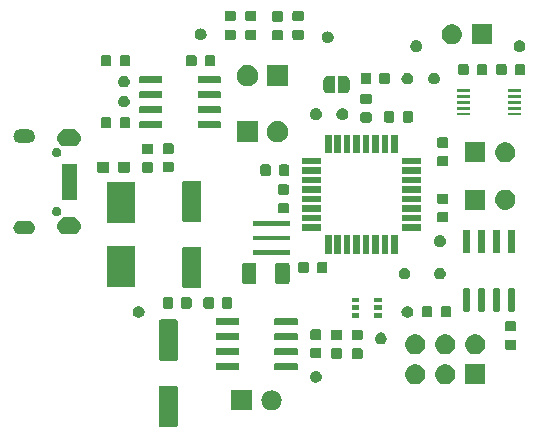
<source format=gbr>
G04 #@! TF.GenerationSoftware,KiCad,Pcbnew,(5.1.4-0-10_14)*
G04 #@! TF.CreationDate,2019-09-02T22:38:09-04:00*
G04 #@! TF.ProjectId,EFCv2,45464376-322e-46b6-9963-61645f706362,rev?*
G04 #@! TF.SameCoordinates,Original*
G04 #@! TF.FileFunction,Soldermask,Top*
G04 #@! TF.FilePolarity,Negative*
%FSLAX46Y46*%
G04 Gerber Fmt 4.6, Leading zero omitted, Abs format (unit mm)*
G04 Created by KiCad (PCBNEW (5.1.4-0-10_14)) date 2019-09-02 22:38:09*
%MOMM*%
%LPD*%
G04 APERTURE LIST*
%ADD10C,0.100000*%
G04 APERTURE END LIST*
D10*
G36*
X145167825Y-106003745D02*
G01*
X145198490Y-106013048D01*
X145226748Y-106028152D01*
X145251519Y-106048481D01*
X145271848Y-106073252D01*
X145286952Y-106101510D01*
X145296255Y-106132175D01*
X145300000Y-106170203D01*
X145300000Y-109329797D01*
X145296255Y-109367825D01*
X145286952Y-109398490D01*
X145271848Y-109426748D01*
X145251519Y-109451519D01*
X145226748Y-109471848D01*
X145198490Y-109486952D01*
X145167825Y-109496255D01*
X145129797Y-109500000D01*
X143870203Y-109500000D01*
X143832175Y-109496255D01*
X143801510Y-109486952D01*
X143773252Y-109471848D01*
X143748481Y-109451519D01*
X143728152Y-109426748D01*
X143713048Y-109398490D01*
X143703745Y-109367825D01*
X143700000Y-109329797D01*
X143700000Y-106170203D01*
X143703745Y-106132175D01*
X143713048Y-106101510D01*
X143728152Y-106073252D01*
X143748481Y-106048481D01*
X143773252Y-106028152D01*
X143801510Y-106013048D01*
X143832175Y-106003745D01*
X143870203Y-106000000D01*
X145129797Y-106000000D01*
X145167825Y-106003745D01*
X145167825Y-106003745D01*
G37*
G36*
X151560000Y-108100000D02*
G01*
X149860000Y-108100000D01*
X149860000Y-106400000D01*
X151560000Y-106400000D01*
X151560000Y-108100000D01*
X151560000Y-108100000D01*
G37*
G36*
X153416627Y-106412299D02*
G01*
X153496742Y-106436601D01*
X153576855Y-106460903D01*
X153576857Y-106460904D01*
X153724518Y-106539831D01*
X153853949Y-106646051D01*
X153960169Y-106775482D01*
X154039096Y-106923143D01*
X154087701Y-107083373D01*
X154104112Y-107250000D01*
X154087701Y-107416627D01*
X154039096Y-107576857D01*
X153960169Y-107724518D01*
X153853949Y-107853949D01*
X153724518Y-107960169D01*
X153576857Y-108039096D01*
X153576855Y-108039097D01*
X153496742Y-108063399D01*
X153416627Y-108087701D01*
X153291752Y-108100000D01*
X153208248Y-108100000D01*
X153083373Y-108087701D01*
X153003258Y-108063399D01*
X152923145Y-108039097D01*
X152923143Y-108039096D01*
X152775482Y-107960169D01*
X152646051Y-107853949D01*
X152539831Y-107724518D01*
X152460904Y-107576857D01*
X152412299Y-107416627D01*
X152395888Y-107250000D01*
X152412299Y-107083373D01*
X152460904Y-106923143D01*
X152539831Y-106775482D01*
X152646051Y-106646051D01*
X152775482Y-106539831D01*
X152923143Y-106460904D01*
X152923145Y-106460903D01*
X153003258Y-106436601D01*
X153083373Y-106412299D01*
X153208248Y-106400000D01*
X153291752Y-106400000D01*
X153416627Y-106412299D01*
X153416627Y-106412299D01*
G37*
G36*
X171350000Y-105890000D02*
G01*
X169650000Y-105890000D01*
X169650000Y-104190000D01*
X171350000Y-104190000D01*
X171350000Y-105890000D01*
X171350000Y-105890000D01*
G37*
G36*
X165586627Y-104202299D02*
G01*
X165663889Y-104225736D01*
X165746855Y-104250903D01*
X165746857Y-104250904D01*
X165894518Y-104329831D01*
X166023949Y-104436051D01*
X166130169Y-104565482D01*
X166198640Y-104693582D01*
X166209097Y-104713145D01*
X166226105Y-104769214D01*
X166257701Y-104873373D01*
X166274112Y-105040000D01*
X166257701Y-105206627D01*
X166257700Y-105206629D01*
X166229606Y-105299246D01*
X166209096Y-105366857D01*
X166130169Y-105514518D01*
X166023949Y-105643949D01*
X165894518Y-105750169D01*
X165746857Y-105829096D01*
X165746855Y-105829097D01*
X165666742Y-105853399D01*
X165586627Y-105877701D01*
X165461752Y-105890000D01*
X165378248Y-105890000D01*
X165253373Y-105877701D01*
X165173258Y-105853399D01*
X165093145Y-105829097D01*
X165093143Y-105829096D01*
X164945482Y-105750169D01*
X164816051Y-105643949D01*
X164709831Y-105514518D01*
X164630904Y-105366857D01*
X164610395Y-105299246D01*
X164582300Y-105206629D01*
X164582299Y-105206627D01*
X164565888Y-105040000D01*
X164582299Y-104873373D01*
X164613895Y-104769214D01*
X164630903Y-104713145D01*
X164641360Y-104693582D01*
X164709831Y-104565482D01*
X164816051Y-104436051D01*
X164945482Y-104329831D01*
X165093143Y-104250904D01*
X165093145Y-104250903D01*
X165176111Y-104225736D01*
X165253373Y-104202299D01*
X165378248Y-104190000D01*
X165461752Y-104190000D01*
X165586627Y-104202299D01*
X165586627Y-104202299D01*
G37*
G36*
X168126627Y-104202299D02*
G01*
X168203889Y-104225736D01*
X168286855Y-104250903D01*
X168286857Y-104250904D01*
X168434518Y-104329831D01*
X168563949Y-104436051D01*
X168670169Y-104565482D01*
X168738640Y-104693582D01*
X168749097Y-104713145D01*
X168766105Y-104769214D01*
X168797701Y-104873373D01*
X168814112Y-105040000D01*
X168797701Y-105206627D01*
X168797700Y-105206629D01*
X168769606Y-105299246D01*
X168749096Y-105366857D01*
X168670169Y-105514518D01*
X168563949Y-105643949D01*
X168434518Y-105750169D01*
X168286857Y-105829096D01*
X168286855Y-105829097D01*
X168206742Y-105853399D01*
X168126627Y-105877701D01*
X168001752Y-105890000D01*
X167918248Y-105890000D01*
X167793373Y-105877701D01*
X167713258Y-105853399D01*
X167633145Y-105829097D01*
X167633143Y-105829096D01*
X167485482Y-105750169D01*
X167356051Y-105643949D01*
X167249831Y-105514518D01*
X167170904Y-105366857D01*
X167150395Y-105299246D01*
X167122300Y-105206629D01*
X167122299Y-105206627D01*
X167105888Y-105040000D01*
X167122299Y-104873373D01*
X167153895Y-104769214D01*
X167170903Y-104713145D01*
X167181360Y-104693582D01*
X167249831Y-104565482D01*
X167356051Y-104436051D01*
X167485482Y-104329831D01*
X167633143Y-104250904D01*
X167633145Y-104250903D01*
X167716111Y-104225736D01*
X167793373Y-104202299D01*
X167918248Y-104190000D01*
X168001752Y-104190000D01*
X168126627Y-104202299D01*
X168126627Y-104202299D01*
G37*
G36*
X157145843Y-104769214D02*
G01*
X157145846Y-104769215D01*
X157145845Y-104769215D01*
X157236839Y-104806906D01*
X157278063Y-104834451D01*
X157318730Y-104861624D01*
X157388376Y-104931270D01*
X157443095Y-105013163D01*
X157480786Y-105104157D01*
X157500000Y-105200753D01*
X157500000Y-105299247D01*
X157480786Y-105395843D01*
X157443095Y-105486837D01*
X157388376Y-105568730D01*
X157318730Y-105638376D01*
X157310389Y-105643949D01*
X157236839Y-105693094D01*
X157236838Y-105693095D01*
X157236837Y-105693095D01*
X157145843Y-105730786D01*
X157049247Y-105750000D01*
X156950753Y-105750000D01*
X156854157Y-105730786D01*
X156763163Y-105693095D01*
X156763162Y-105693095D01*
X156763161Y-105693094D01*
X156689611Y-105643949D01*
X156681270Y-105638376D01*
X156611624Y-105568730D01*
X156556905Y-105486837D01*
X156519214Y-105395843D01*
X156500000Y-105299247D01*
X156500000Y-105200753D01*
X156519214Y-105104157D01*
X156556905Y-105013163D01*
X156611624Y-104931270D01*
X156681270Y-104861624D01*
X156721937Y-104834451D01*
X156763161Y-104806906D01*
X156854155Y-104769215D01*
X156854154Y-104769215D01*
X156854157Y-104769214D01*
X156950753Y-104750000D01*
X157049247Y-104750000D01*
X157145843Y-104769214D01*
X157145843Y-104769214D01*
G37*
G36*
X155379453Y-104107274D02*
G01*
X155395753Y-104112219D01*
X155410775Y-104120249D01*
X155423944Y-104131056D01*
X155434751Y-104144225D01*
X155442781Y-104159247D01*
X155447726Y-104175547D01*
X155450000Y-104198640D01*
X155450000Y-104611360D01*
X155447726Y-104634453D01*
X155442781Y-104650753D01*
X155434751Y-104665775D01*
X155423944Y-104678944D01*
X155410775Y-104689751D01*
X155395753Y-104697781D01*
X155379453Y-104702726D01*
X155356360Y-104705000D01*
X153593640Y-104705000D01*
X153570547Y-104702726D01*
X153554247Y-104697781D01*
X153539225Y-104689751D01*
X153526056Y-104678944D01*
X153515249Y-104665775D01*
X153507219Y-104650753D01*
X153502274Y-104634453D01*
X153500000Y-104611360D01*
X153500000Y-104198640D01*
X153502274Y-104175547D01*
X153507219Y-104159247D01*
X153515249Y-104144225D01*
X153526056Y-104131056D01*
X153539225Y-104120249D01*
X153554247Y-104112219D01*
X153570547Y-104107274D01*
X153593640Y-104105000D01*
X155356360Y-104105000D01*
X155379453Y-104107274D01*
X155379453Y-104107274D01*
G37*
G36*
X150429453Y-104107274D02*
G01*
X150445753Y-104112219D01*
X150460775Y-104120249D01*
X150473944Y-104131056D01*
X150484751Y-104144225D01*
X150492781Y-104159247D01*
X150497726Y-104175547D01*
X150500000Y-104198640D01*
X150500000Y-104611360D01*
X150497726Y-104634453D01*
X150492781Y-104650753D01*
X150484751Y-104665775D01*
X150473944Y-104678944D01*
X150460775Y-104689751D01*
X150445753Y-104697781D01*
X150429453Y-104702726D01*
X150406360Y-104705000D01*
X148643640Y-104705000D01*
X148620547Y-104702726D01*
X148604247Y-104697781D01*
X148589225Y-104689751D01*
X148576056Y-104678944D01*
X148565249Y-104665775D01*
X148557219Y-104650753D01*
X148552274Y-104634453D01*
X148550000Y-104611360D01*
X148550000Y-104198640D01*
X148552274Y-104175547D01*
X148557219Y-104159247D01*
X148565249Y-104144225D01*
X148576056Y-104131056D01*
X148589225Y-104120249D01*
X148604247Y-104112219D01*
X148620547Y-104107274D01*
X148643640Y-104105000D01*
X150406360Y-104105000D01*
X150429453Y-104107274D01*
X150429453Y-104107274D01*
G37*
G36*
X145167825Y-100403745D02*
G01*
X145198490Y-100413048D01*
X145226748Y-100428152D01*
X145251519Y-100448481D01*
X145271848Y-100473252D01*
X145286952Y-100501510D01*
X145296255Y-100532175D01*
X145300000Y-100570203D01*
X145300000Y-103729797D01*
X145296255Y-103767825D01*
X145286952Y-103798490D01*
X145271848Y-103826748D01*
X145251519Y-103851519D01*
X145226748Y-103871848D01*
X145198490Y-103886952D01*
X145167825Y-103896255D01*
X145129797Y-103900000D01*
X143870203Y-103900000D01*
X143832175Y-103896255D01*
X143801510Y-103886952D01*
X143773252Y-103871848D01*
X143748481Y-103851519D01*
X143728152Y-103826748D01*
X143713048Y-103798490D01*
X143703745Y-103767825D01*
X143700000Y-103729797D01*
X143700000Y-100570203D01*
X143703745Y-100532175D01*
X143713048Y-100501510D01*
X143728152Y-100473252D01*
X143748481Y-100448481D01*
X143773252Y-100428152D01*
X143801510Y-100413048D01*
X143832175Y-100403745D01*
X143870203Y-100400000D01*
X145129797Y-100400000D01*
X145167825Y-100403745D01*
X145167825Y-100403745D01*
G37*
G36*
X159099116Y-102853595D02*
G01*
X159128311Y-102862452D01*
X159155223Y-102876837D01*
X159178808Y-102896192D01*
X159198163Y-102919777D01*
X159212548Y-102946689D01*
X159221405Y-102975884D01*
X159225000Y-103012390D01*
X159225000Y-103562610D01*
X159221405Y-103599116D01*
X159212548Y-103628311D01*
X159198163Y-103655223D01*
X159178808Y-103678808D01*
X159155223Y-103698163D01*
X159128311Y-103712548D01*
X159099116Y-103721405D01*
X159062610Y-103725000D01*
X158437390Y-103725000D01*
X158400884Y-103721405D01*
X158371689Y-103712548D01*
X158344777Y-103698163D01*
X158321192Y-103678808D01*
X158301837Y-103655223D01*
X158287452Y-103628311D01*
X158278595Y-103599116D01*
X158275000Y-103562610D01*
X158275000Y-103012390D01*
X158278595Y-102975884D01*
X158287452Y-102946689D01*
X158301837Y-102919777D01*
X158321192Y-102896192D01*
X158344777Y-102876837D01*
X158371689Y-102862452D01*
X158400884Y-102853595D01*
X158437390Y-102850000D01*
X159062610Y-102850000D01*
X159099116Y-102853595D01*
X159099116Y-102853595D01*
G37*
G36*
X160849116Y-102853595D02*
G01*
X160878311Y-102862452D01*
X160905223Y-102876837D01*
X160928808Y-102896192D01*
X160948163Y-102919777D01*
X160962548Y-102946689D01*
X160971405Y-102975884D01*
X160975000Y-103012390D01*
X160975000Y-103562610D01*
X160971405Y-103599116D01*
X160962548Y-103628311D01*
X160948163Y-103655223D01*
X160928808Y-103678808D01*
X160905223Y-103698163D01*
X160878311Y-103712548D01*
X160849116Y-103721405D01*
X160812610Y-103725000D01*
X160187390Y-103725000D01*
X160150884Y-103721405D01*
X160121689Y-103712548D01*
X160094777Y-103698163D01*
X160071192Y-103678808D01*
X160051837Y-103655223D01*
X160037452Y-103628311D01*
X160028595Y-103599116D01*
X160025000Y-103562610D01*
X160025000Y-103012390D01*
X160028595Y-102975884D01*
X160037452Y-102946689D01*
X160051837Y-102919777D01*
X160071192Y-102896192D01*
X160094777Y-102876837D01*
X160121689Y-102862452D01*
X160150884Y-102853595D01*
X160187390Y-102850000D01*
X160812610Y-102850000D01*
X160849116Y-102853595D01*
X160849116Y-102853595D01*
G37*
G36*
X157349116Y-102816095D02*
G01*
X157378311Y-102824952D01*
X157405223Y-102839337D01*
X157428808Y-102858692D01*
X157448163Y-102882277D01*
X157462548Y-102909189D01*
X157471405Y-102938384D01*
X157475000Y-102974890D01*
X157475000Y-103525110D01*
X157471405Y-103561616D01*
X157462548Y-103590811D01*
X157448163Y-103617723D01*
X157428808Y-103641308D01*
X157405223Y-103660663D01*
X157378311Y-103675048D01*
X157349116Y-103683905D01*
X157312610Y-103687500D01*
X156687390Y-103687500D01*
X156650884Y-103683905D01*
X156621689Y-103675048D01*
X156594777Y-103660663D01*
X156571192Y-103641308D01*
X156551837Y-103617723D01*
X156537452Y-103590811D01*
X156528595Y-103561616D01*
X156525000Y-103525110D01*
X156525000Y-102974890D01*
X156528595Y-102938384D01*
X156537452Y-102909189D01*
X156551837Y-102882277D01*
X156571192Y-102858692D01*
X156594777Y-102839337D01*
X156621689Y-102824952D01*
X156650884Y-102816095D01*
X156687390Y-102812500D01*
X157312610Y-102812500D01*
X157349116Y-102816095D01*
X157349116Y-102816095D01*
G37*
G36*
X155379453Y-102837274D02*
G01*
X155395753Y-102842219D01*
X155410775Y-102850249D01*
X155423944Y-102861056D01*
X155434751Y-102874225D01*
X155442781Y-102889247D01*
X155447726Y-102905547D01*
X155450000Y-102928640D01*
X155450000Y-103341360D01*
X155447726Y-103364453D01*
X155442781Y-103380753D01*
X155434751Y-103395775D01*
X155423944Y-103408944D01*
X155410775Y-103419751D01*
X155395753Y-103427781D01*
X155379453Y-103432726D01*
X155356360Y-103435000D01*
X153593640Y-103435000D01*
X153570547Y-103432726D01*
X153554247Y-103427781D01*
X153539225Y-103419751D01*
X153526056Y-103408944D01*
X153515249Y-103395775D01*
X153507219Y-103380753D01*
X153502274Y-103364453D01*
X153500000Y-103341360D01*
X153500000Y-102928640D01*
X153502274Y-102905547D01*
X153507219Y-102889247D01*
X153515249Y-102874225D01*
X153526056Y-102861056D01*
X153539225Y-102850249D01*
X153554247Y-102842219D01*
X153570547Y-102837274D01*
X153593640Y-102835000D01*
X155356360Y-102835000D01*
X155379453Y-102837274D01*
X155379453Y-102837274D01*
G37*
G36*
X150429453Y-102837274D02*
G01*
X150445753Y-102842219D01*
X150460775Y-102850249D01*
X150473944Y-102861056D01*
X150484751Y-102874225D01*
X150492781Y-102889247D01*
X150497726Y-102905547D01*
X150500000Y-102928640D01*
X150500000Y-103341360D01*
X150497726Y-103364453D01*
X150492781Y-103380753D01*
X150484751Y-103395775D01*
X150473944Y-103408944D01*
X150460775Y-103419751D01*
X150445753Y-103427781D01*
X150429453Y-103432726D01*
X150406360Y-103435000D01*
X148643640Y-103435000D01*
X148620547Y-103432726D01*
X148604247Y-103427781D01*
X148589225Y-103419751D01*
X148576056Y-103408944D01*
X148565249Y-103395775D01*
X148557219Y-103380753D01*
X148552274Y-103364453D01*
X148550000Y-103341360D01*
X148550000Y-102928640D01*
X148552274Y-102905547D01*
X148557219Y-102889247D01*
X148565249Y-102874225D01*
X148576056Y-102861056D01*
X148589225Y-102850249D01*
X148604247Y-102842219D01*
X148620547Y-102837274D01*
X148643640Y-102835000D01*
X150406360Y-102835000D01*
X150429453Y-102837274D01*
X150429453Y-102837274D01*
G37*
G36*
X170666627Y-101662299D02*
G01*
X170729163Y-101681269D01*
X170826855Y-101710903D01*
X170826857Y-101710904D01*
X170974518Y-101789831D01*
X171103949Y-101896051D01*
X171210169Y-102025482D01*
X171276726Y-102150000D01*
X171289097Y-102173145D01*
X171305095Y-102225884D01*
X171337701Y-102333373D01*
X171354112Y-102500000D01*
X171337701Y-102666627D01*
X171337700Y-102666629D01*
X171292177Y-102816703D01*
X171289096Y-102826857D01*
X171210169Y-102974518D01*
X171103949Y-103103949D01*
X170974518Y-103210169D01*
X170834520Y-103285000D01*
X170826855Y-103289097D01*
X170746742Y-103313399D01*
X170666627Y-103337701D01*
X170541752Y-103350000D01*
X170458248Y-103350000D01*
X170333373Y-103337701D01*
X170253258Y-103313399D01*
X170173145Y-103289097D01*
X170165480Y-103285000D01*
X170025482Y-103210169D01*
X169896051Y-103103949D01*
X169789831Y-102974518D01*
X169710904Y-102826857D01*
X169707824Y-102816703D01*
X169662300Y-102666629D01*
X169662299Y-102666627D01*
X169645888Y-102500000D01*
X169662299Y-102333373D01*
X169694905Y-102225884D01*
X169710903Y-102173145D01*
X169723274Y-102150000D01*
X169789831Y-102025482D01*
X169896051Y-101896051D01*
X170025482Y-101789831D01*
X170173143Y-101710904D01*
X170173145Y-101710903D01*
X170270837Y-101681269D01*
X170333373Y-101662299D01*
X170458248Y-101650000D01*
X170541752Y-101650000D01*
X170666627Y-101662299D01*
X170666627Y-101662299D01*
G37*
G36*
X168126627Y-101662299D02*
G01*
X168189163Y-101681269D01*
X168286855Y-101710903D01*
X168286857Y-101710904D01*
X168434518Y-101789831D01*
X168563949Y-101896051D01*
X168670169Y-102025482D01*
X168736726Y-102150000D01*
X168749097Y-102173145D01*
X168765095Y-102225884D01*
X168797701Y-102333373D01*
X168814112Y-102500000D01*
X168797701Y-102666627D01*
X168797700Y-102666629D01*
X168752177Y-102816703D01*
X168749096Y-102826857D01*
X168670169Y-102974518D01*
X168563949Y-103103949D01*
X168434518Y-103210169D01*
X168294520Y-103285000D01*
X168286855Y-103289097D01*
X168206742Y-103313399D01*
X168126627Y-103337701D01*
X168001752Y-103350000D01*
X167918248Y-103350000D01*
X167793373Y-103337701D01*
X167713258Y-103313399D01*
X167633145Y-103289097D01*
X167625480Y-103285000D01*
X167485482Y-103210169D01*
X167356051Y-103103949D01*
X167249831Y-102974518D01*
X167170904Y-102826857D01*
X167167824Y-102816703D01*
X167122300Y-102666629D01*
X167122299Y-102666627D01*
X167105888Y-102500000D01*
X167122299Y-102333373D01*
X167154905Y-102225884D01*
X167170903Y-102173145D01*
X167183274Y-102150000D01*
X167249831Y-102025482D01*
X167356051Y-101896051D01*
X167485482Y-101789831D01*
X167633143Y-101710904D01*
X167633145Y-101710903D01*
X167730837Y-101681269D01*
X167793373Y-101662299D01*
X167918248Y-101650000D01*
X168001752Y-101650000D01*
X168126627Y-101662299D01*
X168126627Y-101662299D01*
G37*
G36*
X165586627Y-101662299D02*
G01*
X165649163Y-101681269D01*
X165746855Y-101710903D01*
X165746857Y-101710904D01*
X165894518Y-101789831D01*
X166023949Y-101896051D01*
X166130169Y-102025482D01*
X166196726Y-102150000D01*
X166209097Y-102173145D01*
X166225095Y-102225884D01*
X166257701Y-102333373D01*
X166274112Y-102500000D01*
X166257701Y-102666627D01*
X166257700Y-102666629D01*
X166212177Y-102816703D01*
X166209096Y-102826857D01*
X166130169Y-102974518D01*
X166023949Y-103103949D01*
X165894518Y-103210169D01*
X165754520Y-103285000D01*
X165746855Y-103289097D01*
X165666742Y-103313399D01*
X165586627Y-103337701D01*
X165461752Y-103350000D01*
X165378248Y-103350000D01*
X165253373Y-103337701D01*
X165173258Y-103313399D01*
X165093145Y-103289097D01*
X165085480Y-103285000D01*
X164945482Y-103210169D01*
X164816051Y-103103949D01*
X164709831Y-102974518D01*
X164630904Y-102826857D01*
X164627824Y-102816703D01*
X164582300Y-102666629D01*
X164582299Y-102666627D01*
X164565888Y-102500000D01*
X164582299Y-102333373D01*
X164614905Y-102225884D01*
X164630903Y-102173145D01*
X164643274Y-102150000D01*
X164709831Y-102025482D01*
X164816051Y-101896051D01*
X164945482Y-101789831D01*
X165093143Y-101710904D01*
X165093145Y-101710903D01*
X165190837Y-101681269D01*
X165253373Y-101662299D01*
X165378248Y-101650000D01*
X165461752Y-101650000D01*
X165586627Y-101662299D01*
X165586627Y-101662299D01*
G37*
G36*
X173849116Y-102103595D02*
G01*
X173878311Y-102112452D01*
X173905223Y-102126837D01*
X173928808Y-102146192D01*
X173948163Y-102169777D01*
X173962548Y-102196689D01*
X173971405Y-102225884D01*
X173975000Y-102262390D01*
X173975000Y-102812610D01*
X173971405Y-102849116D01*
X173962548Y-102878311D01*
X173948163Y-102905223D01*
X173928808Y-102928808D01*
X173905223Y-102948163D01*
X173878311Y-102962548D01*
X173849116Y-102971405D01*
X173812610Y-102975000D01*
X173187390Y-102975000D01*
X173150884Y-102971405D01*
X173121689Y-102962548D01*
X173094777Y-102948163D01*
X173071192Y-102928808D01*
X173051837Y-102905223D01*
X173037452Y-102878311D01*
X173028595Y-102849116D01*
X173025000Y-102812610D01*
X173025000Y-102262390D01*
X173028595Y-102225884D01*
X173037452Y-102196689D01*
X173051837Y-102169777D01*
X173071192Y-102146192D01*
X173094777Y-102126837D01*
X173121689Y-102112452D01*
X173150884Y-102103595D01*
X173187390Y-102100000D01*
X173812610Y-102100000D01*
X173849116Y-102103595D01*
X173849116Y-102103595D01*
G37*
G36*
X162645843Y-101519214D02*
G01*
X162645846Y-101519215D01*
X162645845Y-101519215D01*
X162736839Y-101556906D01*
X162759756Y-101572219D01*
X162818730Y-101611624D01*
X162888376Y-101681270D01*
X162943095Y-101763163D01*
X162980786Y-101854157D01*
X163000000Y-101950753D01*
X163000000Y-102049247D01*
X162980786Y-102145843D01*
X162973793Y-102162726D01*
X162943094Y-102236839D01*
X162888375Y-102318731D01*
X162818731Y-102388375D01*
X162736839Y-102443094D01*
X162736838Y-102443095D01*
X162736837Y-102443095D01*
X162645843Y-102480786D01*
X162549247Y-102500000D01*
X162450753Y-102500000D01*
X162354157Y-102480786D01*
X162263163Y-102443095D01*
X162263162Y-102443095D01*
X162263161Y-102443094D01*
X162181269Y-102388375D01*
X162111625Y-102318731D01*
X162056906Y-102236839D01*
X162026207Y-102162726D01*
X162019214Y-102145843D01*
X162000000Y-102049247D01*
X162000000Y-101950753D01*
X162019214Y-101854157D01*
X162056905Y-101763163D01*
X162111624Y-101681270D01*
X162181270Y-101611624D01*
X162240244Y-101572219D01*
X162263161Y-101556906D01*
X162354155Y-101519215D01*
X162354154Y-101519215D01*
X162354157Y-101519214D01*
X162450753Y-101500000D01*
X162549247Y-101500000D01*
X162645843Y-101519214D01*
X162645843Y-101519214D01*
G37*
G36*
X155379453Y-101567274D02*
G01*
X155395753Y-101572219D01*
X155410775Y-101580249D01*
X155423944Y-101591056D01*
X155434751Y-101604225D01*
X155442781Y-101619247D01*
X155447726Y-101635547D01*
X155450000Y-101658640D01*
X155450000Y-102071360D01*
X155447726Y-102094453D01*
X155442781Y-102110753D01*
X155434751Y-102125775D01*
X155423944Y-102138944D01*
X155410775Y-102149751D01*
X155395753Y-102157781D01*
X155379453Y-102162726D01*
X155356360Y-102165000D01*
X153593640Y-102165000D01*
X153570547Y-102162726D01*
X153554247Y-102157781D01*
X153539225Y-102149751D01*
X153526056Y-102138944D01*
X153515249Y-102125775D01*
X153507219Y-102110753D01*
X153502274Y-102094453D01*
X153500000Y-102071360D01*
X153500000Y-101658640D01*
X153502274Y-101635547D01*
X153507219Y-101619247D01*
X153515249Y-101604225D01*
X153526056Y-101591056D01*
X153539225Y-101580249D01*
X153554247Y-101572219D01*
X153570547Y-101567274D01*
X153593640Y-101565000D01*
X155356360Y-101565000D01*
X155379453Y-101567274D01*
X155379453Y-101567274D01*
G37*
G36*
X150429453Y-101567274D02*
G01*
X150445753Y-101572219D01*
X150460775Y-101580249D01*
X150473944Y-101591056D01*
X150484751Y-101604225D01*
X150492781Y-101619247D01*
X150497726Y-101635547D01*
X150500000Y-101658640D01*
X150500000Y-102071360D01*
X150497726Y-102094453D01*
X150492781Y-102110753D01*
X150484751Y-102125775D01*
X150473944Y-102138944D01*
X150460775Y-102149751D01*
X150445753Y-102157781D01*
X150429453Y-102162726D01*
X150406360Y-102165000D01*
X148643640Y-102165000D01*
X148620547Y-102162726D01*
X148604247Y-102157781D01*
X148589225Y-102149751D01*
X148576056Y-102138944D01*
X148565249Y-102125775D01*
X148557219Y-102110753D01*
X148552274Y-102094453D01*
X148550000Y-102071360D01*
X148550000Y-101658640D01*
X148552274Y-101635547D01*
X148557219Y-101619247D01*
X148565249Y-101604225D01*
X148576056Y-101591056D01*
X148589225Y-101580249D01*
X148604247Y-101572219D01*
X148620547Y-101567274D01*
X148643640Y-101565000D01*
X150406360Y-101565000D01*
X150429453Y-101567274D01*
X150429453Y-101567274D01*
G37*
G36*
X160849116Y-101278595D02*
G01*
X160878311Y-101287452D01*
X160905223Y-101301837D01*
X160928808Y-101321192D01*
X160948163Y-101344777D01*
X160962548Y-101371689D01*
X160971405Y-101400884D01*
X160975000Y-101437390D01*
X160975000Y-101987610D01*
X160971405Y-102024116D01*
X160962548Y-102053311D01*
X160948163Y-102080223D01*
X160928808Y-102103808D01*
X160905223Y-102123163D01*
X160878311Y-102137548D01*
X160849116Y-102146405D01*
X160812610Y-102150000D01*
X160187390Y-102150000D01*
X160150884Y-102146405D01*
X160121689Y-102137548D01*
X160094777Y-102123163D01*
X160071192Y-102103808D01*
X160051837Y-102080223D01*
X160037452Y-102053311D01*
X160028595Y-102024116D01*
X160025000Y-101987610D01*
X160025000Y-101437390D01*
X160028595Y-101400884D01*
X160037452Y-101371689D01*
X160051837Y-101344777D01*
X160071192Y-101321192D01*
X160094777Y-101301837D01*
X160121689Y-101287452D01*
X160150884Y-101278595D01*
X160187390Y-101275000D01*
X160812610Y-101275000D01*
X160849116Y-101278595D01*
X160849116Y-101278595D01*
G37*
G36*
X159099116Y-101278595D02*
G01*
X159128311Y-101287452D01*
X159155223Y-101301837D01*
X159178808Y-101321192D01*
X159198163Y-101344777D01*
X159212548Y-101371689D01*
X159221405Y-101400884D01*
X159225000Y-101437390D01*
X159225000Y-101987610D01*
X159221405Y-102024116D01*
X159212548Y-102053311D01*
X159198163Y-102080223D01*
X159178808Y-102103808D01*
X159155223Y-102123163D01*
X159128311Y-102137548D01*
X159099116Y-102146405D01*
X159062610Y-102150000D01*
X158437390Y-102150000D01*
X158400884Y-102146405D01*
X158371689Y-102137548D01*
X158344777Y-102123163D01*
X158321192Y-102103808D01*
X158301837Y-102080223D01*
X158287452Y-102053311D01*
X158278595Y-102024116D01*
X158275000Y-101987610D01*
X158275000Y-101437390D01*
X158278595Y-101400884D01*
X158287452Y-101371689D01*
X158301837Y-101344777D01*
X158321192Y-101321192D01*
X158344777Y-101301837D01*
X158371689Y-101287452D01*
X158400884Y-101278595D01*
X158437390Y-101275000D01*
X159062610Y-101275000D01*
X159099116Y-101278595D01*
X159099116Y-101278595D01*
G37*
G36*
X157349116Y-101241095D02*
G01*
X157378311Y-101249952D01*
X157405223Y-101264337D01*
X157428808Y-101283692D01*
X157448163Y-101307277D01*
X157462548Y-101334189D01*
X157471405Y-101363384D01*
X157475000Y-101399890D01*
X157475000Y-101950110D01*
X157471405Y-101986616D01*
X157462548Y-102015811D01*
X157448163Y-102042723D01*
X157428808Y-102066308D01*
X157405223Y-102085663D01*
X157378311Y-102100048D01*
X157349116Y-102108905D01*
X157312610Y-102112500D01*
X156687390Y-102112500D01*
X156650884Y-102108905D01*
X156621689Y-102100048D01*
X156594777Y-102085663D01*
X156571192Y-102066308D01*
X156551837Y-102042723D01*
X156537452Y-102015811D01*
X156528595Y-101986616D01*
X156525000Y-101950110D01*
X156525000Y-101399890D01*
X156528595Y-101363384D01*
X156537452Y-101334189D01*
X156551837Y-101307277D01*
X156571192Y-101283692D01*
X156594777Y-101264337D01*
X156621689Y-101249952D01*
X156650884Y-101241095D01*
X156687390Y-101237500D01*
X157312610Y-101237500D01*
X157349116Y-101241095D01*
X157349116Y-101241095D01*
G37*
G36*
X173849116Y-100528595D02*
G01*
X173878311Y-100537452D01*
X173905223Y-100551837D01*
X173928808Y-100571192D01*
X173948163Y-100594777D01*
X173962548Y-100621689D01*
X173971405Y-100650884D01*
X173975000Y-100687390D01*
X173975000Y-101237610D01*
X173971405Y-101274116D01*
X173962548Y-101303311D01*
X173948163Y-101330223D01*
X173928808Y-101353808D01*
X173905223Y-101373163D01*
X173878311Y-101387548D01*
X173849116Y-101396405D01*
X173812610Y-101400000D01*
X173187390Y-101400000D01*
X173150884Y-101396405D01*
X173121689Y-101387548D01*
X173094777Y-101373163D01*
X173071192Y-101353808D01*
X173051837Y-101330223D01*
X173037452Y-101303311D01*
X173028595Y-101274116D01*
X173025000Y-101237610D01*
X173025000Y-100687390D01*
X173028595Y-100650884D01*
X173037452Y-100621689D01*
X173051837Y-100594777D01*
X173071192Y-100571192D01*
X173094777Y-100551837D01*
X173121689Y-100537452D01*
X173150884Y-100528595D01*
X173187390Y-100525000D01*
X173812610Y-100525000D01*
X173849116Y-100528595D01*
X173849116Y-100528595D01*
G37*
G36*
X155379453Y-100297274D02*
G01*
X155395753Y-100302219D01*
X155410775Y-100310249D01*
X155423944Y-100321056D01*
X155434751Y-100334225D01*
X155442781Y-100349247D01*
X155447726Y-100365547D01*
X155450000Y-100388640D01*
X155450000Y-100801360D01*
X155447726Y-100824453D01*
X155442781Y-100840753D01*
X155434751Y-100855775D01*
X155423944Y-100868944D01*
X155410775Y-100879751D01*
X155395753Y-100887781D01*
X155379453Y-100892726D01*
X155356360Y-100895000D01*
X153593640Y-100895000D01*
X153570547Y-100892726D01*
X153554247Y-100887781D01*
X153539225Y-100879751D01*
X153526056Y-100868944D01*
X153515249Y-100855775D01*
X153507219Y-100840753D01*
X153502274Y-100824453D01*
X153500000Y-100801360D01*
X153500000Y-100388640D01*
X153502274Y-100365547D01*
X153507219Y-100349247D01*
X153515249Y-100334225D01*
X153526056Y-100321056D01*
X153539225Y-100310249D01*
X153554247Y-100302219D01*
X153570547Y-100297274D01*
X153593640Y-100295000D01*
X155356360Y-100295000D01*
X155379453Y-100297274D01*
X155379453Y-100297274D01*
G37*
G36*
X150429453Y-100297274D02*
G01*
X150445753Y-100302219D01*
X150460775Y-100310249D01*
X150473944Y-100321056D01*
X150484751Y-100334225D01*
X150492781Y-100349247D01*
X150497726Y-100365547D01*
X150500000Y-100388640D01*
X150500000Y-100801360D01*
X150497726Y-100824453D01*
X150492781Y-100840753D01*
X150484751Y-100855775D01*
X150473944Y-100868944D01*
X150460775Y-100879751D01*
X150445753Y-100887781D01*
X150429453Y-100892726D01*
X150406360Y-100895000D01*
X148643640Y-100895000D01*
X148620547Y-100892726D01*
X148604247Y-100887781D01*
X148589225Y-100879751D01*
X148576056Y-100868944D01*
X148565249Y-100855775D01*
X148557219Y-100840753D01*
X148552274Y-100824453D01*
X148550000Y-100801360D01*
X148550000Y-100388640D01*
X148552274Y-100365547D01*
X148557219Y-100349247D01*
X148565249Y-100334225D01*
X148576056Y-100321056D01*
X148589225Y-100310249D01*
X148604247Y-100302219D01*
X148620547Y-100297274D01*
X148643640Y-100295000D01*
X150406360Y-100295000D01*
X150429453Y-100297274D01*
X150429453Y-100297274D01*
G37*
G36*
X142145843Y-99269214D02*
G01*
X142236837Y-99306905D01*
X142236839Y-99306906D01*
X142258219Y-99321192D01*
X142318730Y-99361624D01*
X142388376Y-99431270D01*
X142443095Y-99513163D01*
X142480786Y-99604157D01*
X142500000Y-99700753D01*
X142500000Y-99799247D01*
X142480786Y-99895843D01*
X142443095Y-99986837D01*
X142388376Y-100068730D01*
X142318730Y-100138376D01*
X142284975Y-100160930D01*
X142236839Y-100193094D01*
X142236838Y-100193095D01*
X142236837Y-100193095D01*
X142145843Y-100230786D01*
X142049247Y-100250000D01*
X141950753Y-100250000D01*
X141854157Y-100230786D01*
X141763163Y-100193095D01*
X141763162Y-100193095D01*
X141763161Y-100193094D01*
X141715025Y-100160930D01*
X141681270Y-100138376D01*
X141611624Y-100068730D01*
X141556905Y-99986837D01*
X141519214Y-99895843D01*
X141500000Y-99799247D01*
X141500000Y-99700753D01*
X141519214Y-99604157D01*
X141556905Y-99513163D01*
X141611624Y-99431270D01*
X141681270Y-99361624D01*
X141741781Y-99321192D01*
X141763161Y-99306906D01*
X141763163Y-99306905D01*
X141854157Y-99269214D01*
X141950753Y-99250000D01*
X142049247Y-99250000D01*
X142145843Y-99269214D01*
X142145843Y-99269214D01*
G37*
G36*
X164895843Y-99269214D02*
G01*
X164986837Y-99306905D01*
X164986839Y-99306906D01*
X165008219Y-99321192D01*
X165068730Y-99361624D01*
X165138376Y-99431270D01*
X165193095Y-99513163D01*
X165230786Y-99604157D01*
X165250000Y-99700753D01*
X165250000Y-99799247D01*
X165230786Y-99895843D01*
X165193095Y-99986837D01*
X165138376Y-100068730D01*
X165068730Y-100138376D01*
X165034975Y-100160930D01*
X164986839Y-100193094D01*
X164986838Y-100193095D01*
X164986837Y-100193095D01*
X164895843Y-100230786D01*
X164799247Y-100250000D01*
X164700753Y-100250000D01*
X164604157Y-100230786D01*
X164513163Y-100193095D01*
X164513162Y-100193095D01*
X164513161Y-100193094D01*
X164465025Y-100160930D01*
X164431270Y-100138376D01*
X164361624Y-100068730D01*
X164306905Y-99986837D01*
X164269214Y-99895843D01*
X164250000Y-99799247D01*
X164250000Y-99700753D01*
X164269214Y-99604157D01*
X164306905Y-99513163D01*
X164361624Y-99431270D01*
X164431270Y-99361624D01*
X164491781Y-99321192D01*
X164513161Y-99306906D01*
X164513163Y-99306905D01*
X164604157Y-99269214D01*
X164700753Y-99250000D01*
X164799247Y-99250000D01*
X164895843Y-99269214D01*
X164895843Y-99269214D01*
G37*
G36*
X162575000Y-100250000D02*
G01*
X161925000Y-100250000D01*
X161925000Y-99850000D01*
X162575000Y-99850000D01*
X162575000Y-100250000D01*
X162575000Y-100250000D01*
G37*
G36*
X160675000Y-100250000D02*
G01*
X160025000Y-100250000D01*
X160025000Y-99850000D01*
X160675000Y-99850000D01*
X160675000Y-100250000D01*
X160675000Y-100250000D01*
G37*
G36*
X168311616Y-99278595D02*
G01*
X168340811Y-99287452D01*
X168367723Y-99301837D01*
X168391308Y-99321192D01*
X168410663Y-99344777D01*
X168425048Y-99371689D01*
X168433905Y-99400884D01*
X168437500Y-99437390D01*
X168437500Y-100062610D01*
X168433905Y-100099116D01*
X168425048Y-100128311D01*
X168410663Y-100155223D01*
X168391308Y-100178808D01*
X168367723Y-100198163D01*
X168340811Y-100212548D01*
X168311616Y-100221405D01*
X168275110Y-100225000D01*
X167724890Y-100225000D01*
X167688384Y-100221405D01*
X167659189Y-100212548D01*
X167632277Y-100198163D01*
X167608692Y-100178808D01*
X167589337Y-100155223D01*
X167574952Y-100128311D01*
X167566095Y-100099116D01*
X167562500Y-100062610D01*
X167562500Y-99437390D01*
X167566095Y-99400884D01*
X167574952Y-99371689D01*
X167589337Y-99344777D01*
X167608692Y-99321192D01*
X167632277Y-99301837D01*
X167659189Y-99287452D01*
X167688384Y-99278595D01*
X167724890Y-99275000D01*
X168275110Y-99275000D01*
X168311616Y-99278595D01*
X168311616Y-99278595D01*
G37*
G36*
X166736616Y-99278595D02*
G01*
X166765811Y-99287452D01*
X166792723Y-99301837D01*
X166816308Y-99321192D01*
X166835663Y-99344777D01*
X166850048Y-99371689D01*
X166858905Y-99400884D01*
X166862500Y-99437390D01*
X166862500Y-100062610D01*
X166858905Y-100099116D01*
X166850048Y-100128311D01*
X166835663Y-100155223D01*
X166816308Y-100178808D01*
X166792723Y-100198163D01*
X166765811Y-100212548D01*
X166736616Y-100221405D01*
X166700110Y-100225000D01*
X166149890Y-100225000D01*
X166113384Y-100221405D01*
X166084189Y-100212548D01*
X166057277Y-100198163D01*
X166033692Y-100178808D01*
X166014337Y-100155223D01*
X165999952Y-100128311D01*
X165991095Y-100099116D01*
X165987500Y-100062610D01*
X165987500Y-99437390D01*
X165991095Y-99400884D01*
X165999952Y-99371689D01*
X166014337Y-99344777D01*
X166033692Y-99321192D01*
X166057277Y-99301837D01*
X166084189Y-99287452D01*
X166113384Y-99278595D01*
X166149890Y-99275000D01*
X166700110Y-99275000D01*
X166736616Y-99278595D01*
X166736616Y-99278595D01*
G37*
G36*
X173789453Y-97777274D02*
G01*
X173805753Y-97782219D01*
X173820775Y-97790249D01*
X173833944Y-97801056D01*
X173844751Y-97814225D01*
X173852781Y-97829247D01*
X173857726Y-97845547D01*
X173860000Y-97868640D01*
X173860000Y-99631360D01*
X173857726Y-99654453D01*
X173852781Y-99670753D01*
X173844751Y-99685775D01*
X173833944Y-99698944D01*
X173820775Y-99709751D01*
X173805753Y-99717781D01*
X173789453Y-99722726D01*
X173766360Y-99725000D01*
X173353640Y-99725000D01*
X173330547Y-99722726D01*
X173314247Y-99717781D01*
X173299225Y-99709751D01*
X173286056Y-99698944D01*
X173275249Y-99685775D01*
X173267219Y-99670753D01*
X173262274Y-99654453D01*
X173260000Y-99631360D01*
X173260000Y-97868640D01*
X173262274Y-97845547D01*
X173267219Y-97829247D01*
X173275249Y-97814225D01*
X173286056Y-97801056D01*
X173299225Y-97790249D01*
X173314247Y-97782219D01*
X173330547Y-97777274D01*
X173353640Y-97775000D01*
X173766360Y-97775000D01*
X173789453Y-97777274D01*
X173789453Y-97777274D01*
G37*
G36*
X172519453Y-97777274D02*
G01*
X172535753Y-97782219D01*
X172550775Y-97790249D01*
X172563944Y-97801056D01*
X172574751Y-97814225D01*
X172582781Y-97829247D01*
X172587726Y-97845547D01*
X172590000Y-97868640D01*
X172590000Y-99631360D01*
X172587726Y-99654453D01*
X172582781Y-99670753D01*
X172574751Y-99685775D01*
X172563944Y-99698944D01*
X172550775Y-99709751D01*
X172535753Y-99717781D01*
X172519453Y-99722726D01*
X172496360Y-99725000D01*
X172083640Y-99725000D01*
X172060547Y-99722726D01*
X172044247Y-99717781D01*
X172029225Y-99709751D01*
X172016056Y-99698944D01*
X172005249Y-99685775D01*
X171997219Y-99670753D01*
X171992274Y-99654453D01*
X171990000Y-99631360D01*
X171990000Y-97868640D01*
X171992274Y-97845547D01*
X171997219Y-97829247D01*
X172005249Y-97814225D01*
X172016056Y-97801056D01*
X172029225Y-97790249D01*
X172044247Y-97782219D01*
X172060547Y-97777274D01*
X172083640Y-97775000D01*
X172496360Y-97775000D01*
X172519453Y-97777274D01*
X172519453Y-97777274D01*
G37*
G36*
X171249453Y-97777274D02*
G01*
X171265753Y-97782219D01*
X171280775Y-97790249D01*
X171293944Y-97801056D01*
X171304751Y-97814225D01*
X171312781Y-97829247D01*
X171317726Y-97845547D01*
X171320000Y-97868640D01*
X171320000Y-99631360D01*
X171317726Y-99654453D01*
X171312781Y-99670753D01*
X171304751Y-99685775D01*
X171293944Y-99698944D01*
X171280775Y-99709751D01*
X171265753Y-99717781D01*
X171249453Y-99722726D01*
X171226360Y-99725000D01*
X170813640Y-99725000D01*
X170790547Y-99722726D01*
X170774247Y-99717781D01*
X170759225Y-99709751D01*
X170746056Y-99698944D01*
X170735249Y-99685775D01*
X170727219Y-99670753D01*
X170722274Y-99654453D01*
X170720000Y-99631360D01*
X170720000Y-97868640D01*
X170722274Y-97845547D01*
X170727219Y-97829247D01*
X170735249Y-97814225D01*
X170746056Y-97801056D01*
X170759225Y-97790249D01*
X170774247Y-97782219D01*
X170790547Y-97777274D01*
X170813640Y-97775000D01*
X171226360Y-97775000D01*
X171249453Y-97777274D01*
X171249453Y-97777274D01*
G37*
G36*
X169979453Y-97777274D02*
G01*
X169995753Y-97782219D01*
X170010775Y-97790249D01*
X170023944Y-97801056D01*
X170034751Y-97814225D01*
X170042781Y-97829247D01*
X170047726Y-97845547D01*
X170050000Y-97868640D01*
X170050000Y-99631360D01*
X170047726Y-99654453D01*
X170042781Y-99670753D01*
X170034751Y-99685775D01*
X170023944Y-99698944D01*
X170010775Y-99709751D01*
X169995753Y-99717781D01*
X169979453Y-99722726D01*
X169956360Y-99725000D01*
X169543640Y-99725000D01*
X169520547Y-99722726D01*
X169504247Y-99717781D01*
X169489225Y-99709751D01*
X169476056Y-99698944D01*
X169465249Y-99685775D01*
X169457219Y-99670753D01*
X169452274Y-99654453D01*
X169450000Y-99631360D01*
X169450000Y-97868640D01*
X169452274Y-97845547D01*
X169457219Y-97829247D01*
X169465249Y-97814225D01*
X169476056Y-97801056D01*
X169489225Y-97790249D01*
X169504247Y-97782219D01*
X169520547Y-97777274D01*
X169543640Y-97775000D01*
X169956360Y-97775000D01*
X169979453Y-97777274D01*
X169979453Y-97777274D01*
G37*
G36*
X162575000Y-99600000D02*
G01*
X161925000Y-99600000D01*
X161925000Y-99200000D01*
X162575000Y-99200000D01*
X162575000Y-99600000D01*
X162575000Y-99600000D01*
G37*
G36*
X160675000Y-99600000D02*
G01*
X160025000Y-99600000D01*
X160025000Y-99200000D01*
X160675000Y-99200000D01*
X160675000Y-99600000D01*
X160675000Y-99600000D01*
G37*
G36*
X149811616Y-98528595D02*
G01*
X149840811Y-98537452D01*
X149867723Y-98551837D01*
X149891308Y-98571192D01*
X149910663Y-98594777D01*
X149925048Y-98621689D01*
X149933905Y-98650884D01*
X149937500Y-98687390D01*
X149937500Y-99312610D01*
X149933905Y-99349116D01*
X149925048Y-99378311D01*
X149910663Y-99405223D01*
X149891308Y-99428808D01*
X149867723Y-99448163D01*
X149840811Y-99462548D01*
X149811616Y-99471405D01*
X149775110Y-99475000D01*
X149224890Y-99475000D01*
X149188384Y-99471405D01*
X149159189Y-99462548D01*
X149132277Y-99448163D01*
X149108692Y-99428808D01*
X149089337Y-99405223D01*
X149074952Y-99378311D01*
X149066095Y-99349116D01*
X149062500Y-99312610D01*
X149062500Y-98687390D01*
X149066095Y-98650884D01*
X149074952Y-98621689D01*
X149089337Y-98594777D01*
X149108692Y-98571192D01*
X149132277Y-98551837D01*
X149159189Y-98537452D01*
X149188384Y-98528595D01*
X149224890Y-98525000D01*
X149775110Y-98525000D01*
X149811616Y-98528595D01*
X149811616Y-98528595D01*
G37*
G36*
X148236616Y-98528595D02*
G01*
X148265811Y-98537452D01*
X148292723Y-98551837D01*
X148316308Y-98571192D01*
X148335663Y-98594777D01*
X148350048Y-98621689D01*
X148358905Y-98650884D01*
X148362500Y-98687390D01*
X148362500Y-99312610D01*
X148358905Y-99349116D01*
X148350048Y-99378311D01*
X148335663Y-99405223D01*
X148316308Y-99428808D01*
X148292723Y-99448163D01*
X148265811Y-99462548D01*
X148236616Y-99471405D01*
X148200110Y-99475000D01*
X147649890Y-99475000D01*
X147613384Y-99471405D01*
X147584189Y-99462548D01*
X147557277Y-99448163D01*
X147533692Y-99428808D01*
X147514337Y-99405223D01*
X147499952Y-99378311D01*
X147491095Y-99349116D01*
X147487500Y-99312610D01*
X147487500Y-98687390D01*
X147491095Y-98650884D01*
X147499952Y-98621689D01*
X147514337Y-98594777D01*
X147533692Y-98571192D01*
X147557277Y-98551837D01*
X147584189Y-98537452D01*
X147613384Y-98528595D01*
X147649890Y-98525000D01*
X148200110Y-98525000D01*
X148236616Y-98528595D01*
X148236616Y-98528595D01*
G37*
G36*
X146349116Y-98528595D02*
G01*
X146378311Y-98537452D01*
X146405223Y-98551837D01*
X146428808Y-98571192D01*
X146448163Y-98594777D01*
X146462548Y-98621689D01*
X146471405Y-98650884D01*
X146475000Y-98687390D01*
X146475000Y-99312610D01*
X146471405Y-99349116D01*
X146462548Y-99378311D01*
X146448163Y-99405223D01*
X146428808Y-99428808D01*
X146405223Y-99448163D01*
X146378311Y-99462548D01*
X146349116Y-99471405D01*
X146312610Y-99475000D01*
X145762390Y-99475000D01*
X145725884Y-99471405D01*
X145696689Y-99462548D01*
X145669777Y-99448163D01*
X145646192Y-99428808D01*
X145626837Y-99405223D01*
X145612452Y-99378311D01*
X145603595Y-99349116D01*
X145600000Y-99312610D01*
X145600000Y-98687390D01*
X145603595Y-98650884D01*
X145612452Y-98621689D01*
X145626837Y-98594777D01*
X145646192Y-98571192D01*
X145669777Y-98551837D01*
X145696689Y-98537452D01*
X145725884Y-98528595D01*
X145762390Y-98525000D01*
X146312610Y-98525000D01*
X146349116Y-98528595D01*
X146349116Y-98528595D01*
G37*
G36*
X144774116Y-98528595D02*
G01*
X144803311Y-98537452D01*
X144830223Y-98551837D01*
X144853808Y-98571192D01*
X144873163Y-98594777D01*
X144887548Y-98621689D01*
X144896405Y-98650884D01*
X144900000Y-98687390D01*
X144900000Y-99312610D01*
X144896405Y-99349116D01*
X144887548Y-99378311D01*
X144873163Y-99405223D01*
X144853808Y-99428808D01*
X144830223Y-99448163D01*
X144803311Y-99462548D01*
X144774116Y-99471405D01*
X144737610Y-99475000D01*
X144187390Y-99475000D01*
X144150884Y-99471405D01*
X144121689Y-99462548D01*
X144094777Y-99448163D01*
X144071192Y-99428808D01*
X144051837Y-99405223D01*
X144037452Y-99378311D01*
X144028595Y-99349116D01*
X144025000Y-99312610D01*
X144025000Y-98687390D01*
X144028595Y-98650884D01*
X144037452Y-98621689D01*
X144051837Y-98594777D01*
X144071192Y-98571192D01*
X144094777Y-98551837D01*
X144121689Y-98537452D01*
X144150884Y-98528595D01*
X144187390Y-98525000D01*
X144737610Y-98525000D01*
X144774116Y-98528595D01*
X144774116Y-98528595D01*
G37*
G36*
X160675000Y-98950000D02*
G01*
X160025000Y-98950000D01*
X160025000Y-98550000D01*
X160675000Y-98550000D01*
X160675000Y-98950000D01*
X160675000Y-98950000D01*
G37*
G36*
X162575000Y-98950000D02*
G01*
X161925000Y-98950000D01*
X161925000Y-98550000D01*
X162575000Y-98550000D01*
X162575000Y-98950000D01*
X162575000Y-98950000D01*
G37*
G36*
X147167825Y-94253745D02*
G01*
X147198490Y-94263048D01*
X147226748Y-94278152D01*
X147251519Y-94298481D01*
X147271848Y-94323252D01*
X147286952Y-94351510D01*
X147296255Y-94382175D01*
X147300000Y-94420203D01*
X147300000Y-97579797D01*
X147296255Y-97617825D01*
X147286952Y-97648490D01*
X147271848Y-97676748D01*
X147251519Y-97701519D01*
X147226748Y-97721848D01*
X147198490Y-97736952D01*
X147167825Y-97746255D01*
X147129797Y-97750000D01*
X145870203Y-97750000D01*
X145832175Y-97746255D01*
X145801510Y-97736952D01*
X145773252Y-97721848D01*
X145748481Y-97701519D01*
X145728152Y-97676748D01*
X145713048Y-97648490D01*
X145703745Y-97617825D01*
X145700000Y-97579797D01*
X145700000Y-94420203D01*
X145703745Y-94382175D01*
X145713048Y-94351510D01*
X145728152Y-94323252D01*
X145748481Y-94298481D01*
X145773252Y-94278152D01*
X145801510Y-94263048D01*
X145832175Y-94253745D01*
X145870203Y-94250000D01*
X147129797Y-94250000D01*
X147167825Y-94253745D01*
X147167825Y-94253745D01*
G37*
G36*
X141650000Y-97650000D02*
G01*
X139350000Y-97650000D01*
X139350000Y-94150000D01*
X141650000Y-94150000D01*
X141650000Y-97650000D01*
X141650000Y-97650000D01*
G37*
G36*
X151834024Y-95628955D02*
G01*
X151866738Y-95638879D01*
X151896885Y-95654993D01*
X151923315Y-95676685D01*
X151945007Y-95703115D01*
X151961121Y-95733262D01*
X151971045Y-95765976D01*
X151975000Y-95806138D01*
X151975000Y-97193862D01*
X151971045Y-97234024D01*
X151961121Y-97266738D01*
X151945007Y-97296885D01*
X151923315Y-97323315D01*
X151896885Y-97345007D01*
X151866738Y-97361121D01*
X151834024Y-97371045D01*
X151793862Y-97375000D01*
X150906138Y-97375000D01*
X150865976Y-97371045D01*
X150833262Y-97361121D01*
X150803115Y-97345007D01*
X150776685Y-97323315D01*
X150754993Y-97296885D01*
X150738879Y-97266738D01*
X150728955Y-97234024D01*
X150725000Y-97193862D01*
X150725000Y-95806138D01*
X150728955Y-95765976D01*
X150738879Y-95733262D01*
X150754993Y-95703115D01*
X150776685Y-95676685D01*
X150803115Y-95654993D01*
X150833262Y-95638879D01*
X150865976Y-95628955D01*
X150906138Y-95625000D01*
X151793862Y-95625000D01*
X151834024Y-95628955D01*
X151834024Y-95628955D01*
G37*
G36*
X154634024Y-95628955D02*
G01*
X154666738Y-95638879D01*
X154696885Y-95654993D01*
X154723315Y-95676685D01*
X154745007Y-95703115D01*
X154761121Y-95733262D01*
X154771045Y-95765976D01*
X154775000Y-95806138D01*
X154775000Y-97193862D01*
X154771045Y-97234024D01*
X154761121Y-97266738D01*
X154745007Y-97296885D01*
X154723315Y-97323315D01*
X154696885Y-97345007D01*
X154666738Y-97361121D01*
X154634024Y-97371045D01*
X154593862Y-97375000D01*
X153706138Y-97375000D01*
X153665976Y-97371045D01*
X153633262Y-97361121D01*
X153603115Y-97345007D01*
X153576685Y-97323315D01*
X153554993Y-97296885D01*
X153538879Y-97266738D01*
X153528955Y-97234024D01*
X153525000Y-97193862D01*
X153525000Y-95806138D01*
X153528955Y-95765976D01*
X153538879Y-95733262D01*
X153554993Y-95703115D01*
X153576685Y-95676685D01*
X153603115Y-95654993D01*
X153633262Y-95638879D01*
X153665976Y-95628955D01*
X153706138Y-95625000D01*
X154593862Y-95625000D01*
X154634024Y-95628955D01*
X154634024Y-95628955D01*
G37*
G36*
X167645843Y-96019214D02*
G01*
X167645846Y-96019215D01*
X167645845Y-96019215D01*
X167736839Y-96056906D01*
X167778063Y-96084451D01*
X167818730Y-96111624D01*
X167888376Y-96181270D01*
X167943095Y-96263163D01*
X167980786Y-96354157D01*
X168000000Y-96450753D01*
X168000000Y-96549247D01*
X167980786Y-96645843D01*
X167980785Y-96645845D01*
X167943094Y-96736839D01*
X167888375Y-96818731D01*
X167818731Y-96888375D01*
X167736839Y-96943094D01*
X167736838Y-96943095D01*
X167736837Y-96943095D01*
X167645843Y-96980786D01*
X167549247Y-97000000D01*
X167450753Y-97000000D01*
X167354157Y-96980786D01*
X167263163Y-96943095D01*
X167263162Y-96943095D01*
X167263161Y-96943094D01*
X167181269Y-96888375D01*
X167111625Y-96818731D01*
X167056906Y-96736839D01*
X167019215Y-96645845D01*
X167019214Y-96645843D01*
X167000000Y-96549247D01*
X167000000Y-96450753D01*
X167019214Y-96354157D01*
X167056905Y-96263163D01*
X167111624Y-96181270D01*
X167181270Y-96111624D01*
X167221937Y-96084451D01*
X167263161Y-96056906D01*
X167354155Y-96019215D01*
X167354154Y-96019215D01*
X167354157Y-96019214D01*
X167450753Y-96000000D01*
X167549247Y-96000000D01*
X167645843Y-96019214D01*
X167645843Y-96019214D01*
G37*
G36*
X164645843Y-96019214D02*
G01*
X164645846Y-96019215D01*
X164645845Y-96019215D01*
X164736839Y-96056906D01*
X164778063Y-96084451D01*
X164818730Y-96111624D01*
X164888376Y-96181270D01*
X164943095Y-96263163D01*
X164980786Y-96354157D01*
X165000000Y-96450753D01*
X165000000Y-96549247D01*
X164980786Y-96645843D01*
X164980785Y-96645845D01*
X164943094Y-96736839D01*
X164888375Y-96818731D01*
X164818731Y-96888375D01*
X164736839Y-96943094D01*
X164736838Y-96943095D01*
X164736837Y-96943095D01*
X164645843Y-96980786D01*
X164549247Y-97000000D01*
X164450753Y-97000000D01*
X164354157Y-96980786D01*
X164263163Y-96943095D01*
X164263162Y-96943095D01*
X164263161Y-96943094D01*
X164181269Y-96888375D01*
X164111625Y-96818731D01*
X164056906Y-96736839D01*
X164019215Y-96645845D01*
X164019214Y-96645843D01*
X164000000Y-96549247D01*
X164000000Y-96450753D01*
X164019214Y-96354157D01*
X164056905Y-96263163D01*
X164111624Y-96181270D01*
X164181270Y-96111624D01*
X164221937Y-96084451D01*
X164263161Y-96056906D01*
X164354155Y-96019215D01*
X164354154Y-96019215D01*
X164354157Y-96019214D01*
X164450753Y-96000000D01*
X164549247Y-96000000D01*
X164645843Y-96019214D01*
X164645843Y-96019214D01*
G37*
G36*
X157849116Y-95528595D02*
G01*
X157878311Y-95537452D01*
X157905223Y-95551837D01*
X157928808Y-95571192D01*
X157948163Y-95594777D01*
X157962548Y-95621689D01*
X157971405Y-95650884D01*
X157975000Y-95687390D01*
X157975000Y-96312610D01*
X157971405Y-96349116D01*
X157962548Y-96378311D01*
X157948163Y-96405223D01*
X157928808Y-96428808D01*
X157905223Y-96448163D01*
X157878311Y-96462548D01*
X157849116Y-96471405D01*
X157812610Y-96475000D01*
X157262390Y-96475000D01*
X157225884Y-96471405D01*
X157196689Y-96462548D01*
X157169777Y-96448163D01*
X157146192Y-96428808D01*
X157126837Y-96405223D01*
X157112452Y-96378311D01*
X157103595Y-96349116D01*
X157100000Y-96312610D01*
X157100000Y-95687390D01*
X157103595Y-95650884D01*
X157112452Y-95621689D01*
X157126837Y-95594777D01*
X157146192Y-95571192D01*
X157169777Y-95551837D01*
X157196689Y-95537452D01*
X157225884Y-95528595D01*
X157262390Y-95525000D01*
X157812610Y-95525000D01*
X157849116Y-95528595D01*
X157849116Y-95528595D01*
G37*
G36*
X156274116Y-95528595D02*
G01*
X156303311Y-95537452D01*
X156330223Y-95551837D01*
X156353808Y-95571192D01*
X156373163Y-95594777D01*
X156387548Y-95621689D01*
X156396405Y-95650884D01*
X156400000Y-95687390D01*
X156400000Y-96312610D01*
X156396405Y-96349116D01*
X156387548Y-96378311D01*
X156373163Y-96405223D01*
X156353808Y-96428808D01*
X156330223Y-96448163D01*
X156303311Y-96462548D01*
X156274116Y-96471405D01*
X156237610Y-96475000D01*
X155687390Y-96475000D01*
X155650884Y-96471405D01*
X155621689Y-96462548D01*
X155594777Y-96448163D01*
X155571192Y-96428808D01*
X155551837Y-96405223D01*
X155537452Y-96378311D01*
X155528595Y-96349116D01*
X155525000Y-96312610D01*
X155525000Y-95687390D01*
X155528595Y-95650884D01*
X155537452Y-95621689D01*
X155551837Y-95594777D01*
X155571192Y-95571192D01*
X155594777Y-95551837D01*
X155621689Y-95537452D01*
X155650884Y-95528595D01*
X155687390Y-95525000D01*
X156237610Y-95525000D01*
X156274116Y-95528595D01*
X156274116Y-95528595D01*
G37*
G36*
X154850000Y-94900000D02*
G01*
X151650000Y-94900000D01*
X151650000Y-94500000D01*
X154850000Y-94500000D01*
X154850000Y-94900000D01*
X154850000Y-94900000D01*
G37*
G36*
X163931000Y-94844000D02*
G01*
X163381000Y-94844000D01*
X163381000Y-93244000D01*
X163931000Y-93244000D01*
X163931000Y-94844000D01*
X163931000Y-94844000D01*
G37*
G36*
X162331000Y-94844000D02*
G01*
X161781000Y-94844000D01*
X161781000Y-93244000D01*
X162331000Y-93244000D01*
X162331000Y-94844000D01*
X162331000Y-94844000D01*
G37*
G36*
X161531000Y-94844000D02*
G01*
X160981000Y-94844000D01*
X160981000Y-93244000D01*
X161531000Y-93244000D01*
X161531000Y-94844000D01*
X161531000Y-94844000D01*
G37*
G36*
X160731000Y-94844000D02*
G01*
X160181000Y-94844000D01*
X160181000Y-93244000D01*
X160731000Y-93244000D01*
X160731000Y-94844000D01*
X160731000Y-94844000D01*
G37*
G36*
X158331000Y-94844000D02*
G01*
X157781000Y-94844000D01*
X157781000Y-93244000D01*
X158331000Y-93244000D01*
X158331000Y-94844000D01*
X158331000Y-94844000D01*
G37*
G36*
X159131000Y-94844000D02*
G01*
X158581000Y-94844000D01*
X158581000Y-93244000D01*
X159131000Y-93244000D01*
X159131000Y-94844000D01*
X159131000Y-94844000D01*
G37*
G36*
X159931000Y-94844000D02*
G01*
X159381000Y-94844000D01*
X159381000Y-93244000D01*
X159931000Y-93244000D01*
X159931000Y-94844000D01*
X159931000Y-94844000D01*
G37*
G36*
X163131000Y-94844000D02*
G01*
X162581000Y-94844000D01*
X162581000Y-93244000D01*
X163131000Y-93244000D01*
X163131000Y-94844000D01*
X163131000Y-94844000D01*
G37*
G36*
X169979453Y-92827274D02*
G01*
X169995753Y-92832219D01*
X170010775Y-92840249D01*
X170023944Y-92851056D01*
X170034751Y-92864225D01*
X170042781Y-92879247D01*
X170047726Y-92895547D01*
X170050000Y-92918640D01*
X170050000Y-94681360D01*
X170047726Y-94704453D01*
X170042781Y-94720753D01*
X170034751Y-94735775D01*
X170023944Y-94748944D01*
X170010775Y-94759751D01*
X169995753Y-94767781D01*
X169979453Y-94772726D01*
X169956360Y-94775000D01*
X169543640Y-94775000D01*
X169520547Y-94772726D01*
X169504247Y-94767781D01*
X169489225Y-94759751D01*
X169476056Y-94748944D01*
X169465249Y-94735775D01*
X169457219Y-94720753D01*
X169452274Y-94704453D01*
X169450000Y-94681360D01*
X169450000Y-92918640D01*
X169452274Y-92895547D01*
X169457219Y-92879247D01*
X169465249Y-92864225D01*
X169476056Y-92851056D01*
X169489225Y-92840249D01*
X169504247Y-92832219D01*
X169520547Y-92827274D01*
X169543640Y-92825000D01*
X169956360Y-92825000D01*
X169979453Y-92827274D01*
X169979453Y-92827274D01*
G37*
G36*
X173789453Y-92827274D02*
G01*
X173805753Y-92832219D01*
X173820775Y-92840249D01*
X173833944Y-92851056D01*
X173844751Y-92864225D01*
X173852781Y-92879247D01*
X173857726Y-92895547D01*
X173860000Y-92918640D01*
X173860000Y-94681360D01*
X173857726Y-94704453D01*
X173852781Y-94720753D01*
X173844751Y-94735775D01*
X173833944Y-94748944D01*
X173820775Y-94759751D01*
X173805753Y-94767781D01*
X173789453Y-94772726D01*
X173766360Y-94775000D01*
X173353640Y-94775000D01*
X173330547Y-94772726D01*
X173314247Y-94767781D01*
X173299225Y-94759751D01*
X173286056Y-94748944D01*
X173275249Y-94735775D01*
X173267219Y-94720753D01*
X173262274Y-94704453D01*
X173260000Y-94681360D01*
X173260000Y-92918640D01*
X173262274Y-92895547D01*
X173267219Y-92879247D01*
X173275249Y-92864225D01*
X173286056Y-92851056D01*
X173299225Y-92840249D01*
X173314247Y-92832219D01*
X173330547Y-92827274D01*
X173353640Y-92825000D01*
X173766360Y-92825000D01*
X173789453Y-92827274D01*
X173789453Y-92827274D01*
G37*
G36*
X172519453Y-92827274D02*
G01*
X172535753Y-92832219D01*
X172550775Y-92840249D01*
X172563944Y-92851056D01*
X172574751Y-92864225D01*
X172582781Y-92879247D01*
X172587726Y-92895547D01*
X172590000Y-92918640D01*
X172590000Y-94681360D01*
X172587726Y-94704453D01*
X172582781Y-94720753D01*
X172574751Y-94735775D01*
X172563944Y-94748944D01*
X172550775Y-94759751D01*
X172535753Y-94767781D01*
X172519453Y-94772726D01*
X172496360Y-94775000D01*
X172083640Y-94775000D01*
X172060547Y-94772726D01*
X172044247Y-94767781D01*
X172029225Y-94759751D01*
X172016056Y-94748944D01*
X172005249Y-94735775D01*
X171997219Y-94720753D01*
X171992274Y-94704453D01*
X171990000Y-94681360D01*
X171990000Y-92918640D01*
X171992274Y-92895547D01*
X171997219Y-92879247D01*
X172005249Y-92864225D01*
X172016056Y-92851056D01*
X172029225Y-92840249D01*
X172044247Y-92832219D01*
X172060547Y-92827274D01*
X172083640Y-92825000D01*
X172496360Y-92825000D01*
X172519453Y-92827274D01*
X172519453Y-92827274D01*
G37*
G36*
X171249453Y-92827274D02*
G01*
X171265753Y-92832219D01*
X171280775Y-92840249D01*
X171293944Y-92851056D01*
X171304751Y-92864225D01*
X171312781Y-92879247D01*
X171317726Y-92895547D01*
X171320000Y-92918640D01*
X171320000Y-94681360D01*
X171317726Y-94704453D01*
X171312781Y-94720753D01*
X171304751Y-94735775D01*
X171293944Y-94748944D01*
X171280775Y-94759751D01*
X171265753Y-94767781D01*
X171249453Y-94772726D01*
X171226360Y-94775000D01*
X170813640Y-94775000D01*
X170790547Y-94772726D01*
X170774247Y-94767781D01*
X170759225Y-94759751D01*
X170746056Y-94748944D01*
X170735249Y-94735775D01*
X170727219Y-94720753D01*
X170722274Y-94704453D01*
X170720000Y-94681360D01*
X170720000Y-92918640D01*
X170722274Y-92895547D01*
X170727219Y-92879247D01*
X170735249Y-92864225D01*
X170746056Y-92851056D01*
X170759225Y-92840249D01*
X170774247Y-92832219D01*
X170790547Y-92827274D01*
X170813640Y-92825000D01*
X171226360Y-92825000D01*
X171249453Y-92827274D01*
X171249453Y-92827274D01*
G37*
G36*
X167645843Y-93269214D02*
G01*
X167736837Y-93306905D01*
X167736839Y-93306906D01*
X167778063Y-93334451D01*
X167818730Y-93361624D01*
X167888376Y-93431270D01*
X167943095Y-93513163D01*
X167980786Y-93604157D01*
X168000000Y-93700753D01*
X168000000Y-93799247D01*
X167980786Y-93895843D01*
X167980785Y-93895845D01*
X167943094Y-93986839D01*
X167888375Y-94068731D01*
X167818731Y-94138375D01*
X167736839Y-94193094D01*
X167736838Y-94193095D01*
X167736837Y-94193095D01*
X167645843Y-94230786D01*
X167549247Y-94250000D01*
X167450753Y-94250000D01*
X167354157Y-94230786D01*
X167263163Y-94193095D01*
X167263162Y-94193095D01*
X167263161Y-94193094D01*
X167181269Y-94138375D01*
X167111625Y-94068731D01*
X167056906Y-93986839D01*
X167019215Y-93895845D01*
X167019214Y-93895843D01*
X167000000Y-93799247D01*
X167000000Y-93700753D01*
X167019214Y-93604157D01*
X167056905Y-93513163D01*
X167111624Y-93431270D01*
X167181270Y-93361624D01*
X167221937Y-93334451D01*
X167263161Y-93306906D01*
X167263163Y-93306905D01*
X167354157Y-93269214D01*
X167450753Y-93250000D01*
X167549247Y-93250000D01*
X167645843Y-93269214D01*
X167645843Y-93269214D01*
G37*
G36*
X154850000Y-93700000D02*
G01*
X151650000Y-93700000D01*
X151650000Y-93300000D01*
X154850000Y-93300000D01*
X154850000Y-93700000D01*
X154850000Y-93700000D01*
G37*
G36*
X136463866Y-91755246D02*
G01*
X136517125Y-91760491D01*
X136653788Y-91801947D01*
X136653790Y-91801948D01*
X136779736Y-91869268D01*
X136890133Y-91959867D01*
X136980732Y-92070264D01*
X137041150Y-92183297D01*
X137048053Y-92196212D01*
X137089509Y-92332875D01*
X137103507Y-92475000D01*
X137089509Y-92617125D01*
X137048053Y-92753788D01*
X137048052Y-92753790D01*
X136980732Y-92879736D01*
X136890133Y-92990133D01*
X136779736Y-93080732D01*
X136653790Y-93148052D01*
X136653788Y-93148053D01*
X136517125Y-93189509D01*
X136463866Y-93194754D01*
X136410609Y-93200000D01*
X135789391Y-93200000D01*
X135736134Y-93194755D01*
X135682875Y-93189509D01*
X135546212Y-93148053D01*
X135546210Y-93148052D01*
X135420264Y-93080732D01*
X135309867Y-92990133D01*
X135219268Y-92879736D01*
X135151948Y-92753790D01*
X135151947Y-92753788D01*
X135110491Y-92617125D01*
X135096493Y-92475000D01*
X135110491Y-92332875D01*
X135151947Y-92196212D01*
X135158850Y-92183297D01*
X135219268Y-92070264D01*
X135309867Y-91959867D01*
X135420264Y-91869268D01*
X135546210Y-91801948D01*
X135546212Y-91801947D01*
X135682875Y-91760491D01*
X135736134Y-91755246D01*
X135789391Y-91750000D01*
X136410609Y-91750000D01*
X136463866Y-91755246D01*
X136463866Y-91755246D01*
G37*
G36*
X132725652Y-92057131D02*
G01*
X132737721Y-92058320D01*
X132791914Y-92074759D01*
X132846108Y-92091199D01*
X132945998Y-92144592D01*
X133033554Y-92216446D01*
X133105408Y-92304002D01*
X133158801Y-92403892D01*
X133191680Y-92512280D01*
X133202782Y-92625000D01*
X133191680Y-92737720D01*
X133158801Y-92846108D01*
X133105408Y-92945998D01*
X133033554Y-93033554D01*
X132945998Y-93105408D01*
X132846108Y-93158801D01*
X132791914Y-93175241D01*
X132737721Y-93191680D01*
X132725652Y-93192869D01*
X132653246Y-93200000D01*
X131946754Y-93200000D01*
X131874348Y-93192869D01*
X131862279Y-93191680D01*
X131808086Y-93175241D01*
X131753892Y-93158801D01*
X131654002Y-93105408D01*
X131566446Y-93033554D01*
X131494592Y-92945998D01*
X131441199Y-92846108D01*
X131408320Y-92737720D01*
X131397218Y-92625000D01*
X131408320Y-92512280D01*
X131441199Y-92403892D01*
X131494592Y-92304002D01*
X131566446Y-92216446D01*
X131654002Y-92144592D01*
X131753892Y-92091199D01*
X131808086Y-92074759D01*
X131862279Y-92058320D01*
X131874348Y-92057131D01*
X131946754Y-92050000D01*
X132653246Y-92050000D01*
X132725652Y-92057131D01*
X132725652Y-92057131D01*
G37*
G36*
X165906000Y-92869000D02*
G01*
X164306000Y-92869000D01*
X164306000Y-92319000D01*
X165906000Y-92319000D01*
X165906000Y-92869000D01*
X165906000Y-92869000D01*
G37*
G36*
X157406000Y-92869000D02*
G01*
X155806000Y-92869000D01*
X155806000Y-92319000D01*
X157406000Y-92319000D01*
X157406000Y-92869000D01*
X157406000Y-92869000D01*
G37*
G36*
X154850000Y-92500000D02*
G01*
X151650000Y-92500000D01*
X151650000Y-92100000D01*
X154850000Y-92100000D01*
X154850000Y-92500000D01*
X154850000Y-92500000D01*
G37*
G36*
X141650000Y-92250000D02*
G01*
X139350000Y-92250000D01*
X139350000Y-88750000D01*
X141650000Y-88750000D01*
X141650000Y-92250000D01*
X141650000Y-92250000D01*
G37*
G36*
X168099116Y-91316095D02*
G01*
X168128311Y-91324952D01*
X168155223Y-91339337D01*
X168178808Y-91358692D01*
X168198163Y-91382277D01*
X168212548Y-91409189D01*
X168221405Y-91438384D01*
X168225000Y-91474890D01*
X168225000Y-92025110D01*
X168221405Y-92061616D01*
X168212548Y-92090811D01*
X168198163Y-92117723D01*
X168178808Y-92141308D01*
X168155223Y-92160663D01*
X168128311Y-92175048D01*
X168099116Y-92183905D01*
X168062610Y-92187500D01*
X167437390Y-92187500D01*
X167400884Y-92183905D01*
X167371689Y-92175048D01*
X167344777Y-92160663D01*
X167321192Y-92141308D01*
X167301837Y-92117723D01*
X167287452Y-92090811D01*
X167278595Y-92061616D01*
X167275000Y-92025110D01*
X167275000Y-91474890D01*
X167278595Y-91438384D01*
X167287452Y-91409189D01*
X167301837Y-91382277D01*
X167321192Y-91358692D01*
X167344777Y-91339337D01*
X167371689Y-91324952D01*
X167400884Y-91316095D01*
X167437390Y-91312500D01*
X168062610Y-91312500D01*
X168099116Y-91316095D01*
X168099116Y-91316095D01*
G37*
G36*
X147167825Y-88653745D02*
G01*
X147198490Y-88663048D01*
X147226748Y-88678152D01*
X147251519Y-88698481D01*
X147271848Y-88723252D01*
X147286952Y-88751510D01*
X147296255Y-88782175D01*
X147300000Y-88820203D01*
X147300000Y-91979797D01*
X147296255Y-92017825D01*
X147286952Y-92048490D01*
X147271848Y-92076748D01*
X147251519Y-92101519D01*
X147226748Y-92121848D01*
X147198490Y-92136952D01*
X147167825Y-92146255D01*
X147129797Y-92150000D01*
X145870203Y-92150000D01*
X145832175Y-92146255D01*
X145801510Y-92136952D01*
X145773252Y-92121848D01*
X145748481Y-92101519D01*
X145728152Y-92076748D01*
X145713048Y-92048490D01*
X145703745Y-92017825D01*
X145700000Y-91979797D01*
X145700000Y-88820203D01*
X145703745Y-88782175D01*
X145713048Y-88751510D01*
X145728152Y-88723252D01*
X145748481Y-88698481D01*
X145773252Y-88678152D01*
X145801510Y-88663048D01*
X145832175Y-88653745D01*
X145870203Y-88650000D01*
X147129797Y-88650000D01*
X147167825Y-88653745D01*
X147167825Y-88653745D01*
G37*
G36*
X165906000Y-92069000D02*
G01*
X164306000Y-92069000D01*
X164306000Y-91519000D01*
X165906000Y-91519000D01*
X165906000Y-92069000D01*
X165906000Y-92069000D01*
G37*
G36*
X157406000Y-92069000D02*
G01*
X155806000Y-92069000D01*
X155806000Y-91519000D01*
X157406000Y-91519000D01*
X157406000Y-92069000D01*
X157406000Y-92069000D01*
G37*
G36*
X135128414Y-90855788D02*
G01*
X135203814Y-90878660D01*
X135273303Y-90915803D01*
X135334211Y-90965789D01*
X135384197Y-91026697D01*
X135421340Y-91096186D01*
X135444212Y-91171586D01*
X135451935Y-91250000D01*
X135444212Y-91328414D01*
X135421340Y-91403814D01*
X135384197Y-91473303D01*
X135334211Y-91534211D01*
X135273303Y-91584197D01*
X135203814Y-91621340D01*
X135128414Y-91644212D01*
X135069647Y-91650000D01*
X135030353Y-91650000D01*
X134971586Y-91644212D01*
X134896186Y-91621340D01*
X134826697Y-91584197D01*
X134765789Y-91534211D01*
X134715803Y-91473303D01*
X134678660Y-91403814D01*
X134655788Y-91328414D01*
X134648065Y-91250000D01*
X134655788Y-91171586D01*
X134678660Y-91096186D01*
X134715803Y-91026697D01*
X134765789Y-90965789D01*
X134826697Y-90915803D01*
X134896186Y-90878660D01*
X134971586Y-90855788D01*
X135030353Y-90850000D01*
X135069647Y-90850000D01*
X135128414Y-90855788D01*
X135128414Y-90855788D01*
G37*
G36*
X154599116Y-90541095D02*
G01*
X154628311Y-90549952D01*
X154655223Y-90564337D01*
X154678808Y-90583692D01*
X154698163Y-90607277D01*
X154712548Y-90634189D01*
X154721405Y-90663384D01*
X154725000Y-90699890D01*
X154725000Y-91250110D01*
X154721405Y-91286616D01*
X154712548Y-91315811D01*
X154698163Y-91342723D01*
X154678808Y-91366308D01*
X154655223Y-91385663D01*
X154628311Y-91400048D01*
X154599116Y-91408905D01*
X154562610Y-91412500D01*
X153937390Y-91412500D01*
X153900884Y-91408905D01*
X153871689Y-91400048D01*
X153844777Y-91385663D01*
X153821192Y-91366308D01*
X153801837Y-91342723D01*
X153787452Y-91315811D01*
X153778595Y-91286616D01*
X153775000Y-91250110D01*
X153775000Y-90699890D01*
X153778595Y-90663384D01*
X153787452Y-90634189D01*
X153801837Y-90607277D01*
X153821192Y-90583692D01*
X153844777Y-90564337D01*
X153871689Y-90549952D01*
X153900884Y-90541095D01*
X153937390Y-90537500D01*
X154562610Y-90537500D01*
X154599116Y-90541095D01*
X154599116Y-90541095D01*
G37*
G36*
X157406000Y-91269000D02*
G01*
X155806000Y-91269000D01*
X155806000Y-90719000D01*
X157406000Y-90719000D01*
X157406000Y-91269000D01*
X157406000Y-91269000D01*
G37*
G36*
X165906000Y-91269000D02*
G01*
X164306000Y-91269000D01*
X164306000Y-90719000D01*
X165906000Y-90719000D01*
X165906000Y-91269000D01*
X165906000Y-91269000D01*
G37*
G36*
X173206627Y-89412299D02*
G01*
X173286742Y-89436601D01*
X173366855Y-89460903D01*
X173366857Y-89460904D01*
X173514518Y-89539831D01*
X173643949Y-89646051D01*
X173750169Y-89775482D01*
X173829096Y-89923143D01*
X173877701Y-90083373D01*
X173894112Y-90250000D01*
X173877701Y-90416627D01*
X173877700Y-90416629D01*
X173839451Y-90542723D01*
X173829096Y-90576857D01*
X173750169Y-90724518D01*
X173643949Y-90853949D01*
X173514518Y-90960169D01*
X173366857Y-91039096D01*
X173366855Y-91039097D01*
X173286742Y-91063399D01*
X173206627Y-91087701D01*
X173081752Y-91100000D01*
X172998248Y-91100000D01*
X172873373Y-91087701D01*
X172793258Y-91063399D01*
X172713145Y-91039097D01*
X172713143Y-91039096D01*
X172565482Y-90960169D01*
X172436051Y-90853949D01*
X172329831Y-90724518D01*
X172250904Y-90576857D01*
X172240550Y-90542723D01*
X172202300Y-90416629D01*
X172202299Y-90416627D01*
X172185888Y-90250000D01*
X172202299Y-90083373D01*
X172250904Y-89923143D01*
X172329831Y-89775482D01*
X172436051Y-89646051D01*
X172565482Y-89539831D01*
X172713143Y-89460904D01*
X172713145Y-89460903D01*
X172793258Y-89436601D01*
X172873373Y-89412299D01*
X172998248Y-89400000D01*
X173081752Y-89400000D01*
X173206627Y-89412299D01*
X173206627Y-89412299D01*
G37*
G36*
X171350000Y-91100000D02*
G01*
X169650000Y-91100000D01*
X169650000Y-89400000D01*
X171350000Y-89400000D01*
X171350000Y-91100000D01*
X171350000Y-91100000D01*
G37*
G36*
X168099116Y-89741095D02*
G01*
X168128311Y-89749952D01*
X168155223Y-89764337D01*
X168178808Y-89783692D01*
X168198163Y-89807277D01*
X168212548Y-89834189D01*
X168221405Y-89863384D01*
X168225000Y-89899890D01*
X168225000Y-90450110D01*
X168221405Y-90486616D01*
X168212548Y-90515811D01*
X168198163Y-90542723D01*
X168178808Y-90566308D01*
X168155223Y-90585663D01*
X168128311Y-90600048D01*
X168099116Y-90608905D01*
X168062610Y-90612500D01*
X167437390Y-90612500D01*
X167400884Y-90608905D01*
X167371689Y-90600048D01*
X167344777Y-90585663D01*
X167321192Y-90566308D01*
X167301837Y-90542723D01*
X167287452Y-90515811D01*
X167278595Y-90486616D01*
X167275000Y-90450110D01*
X167275000Y-89899890D01*
X167278595Y-89863384D01*
X167287452Y-89834189D01*
X167301837Y-89807277D01*
X167321192Y-89783692D01*
X167344777Y-89764337D01*
X167371689Y-89749952D01*
X167400884Y-89741095D01*
X167437390Y-89737500D01*
X168062610Y-89737500D01*
X168099116Y-89741095D01*
X168099116Y-89741095D01*
G37*
G36*
X165906000Y-90469000D02*
G01*
X164306000Y-90469000D01*
X164306000Y-89919000D01*
X165906000Y-89919000D01*
X165906000Y-90469000D01*
X165906000Y-90469000D01*
G37*
G36*
X157406000Y-90469000D02*
G01*
X155806000Y-90469000D01*
X155806000Y-89919000D01*
X157406000Y-89919000D01*
X157406000Y-90469000D01*
X157406000Y-90469000D01*
G37*
G36*
X136800000Y-90275000D02*
G01*
X135500000Y-90275000D01*
X135500000Y-87225000D01*
X136800000Y-87225000D01*
X136800000Y-90275000D01*
X136800000Y-90275000D01*
G37*
G36*
X154599116Y-88966095D02*
G01*
X154628311Y-88974952D01*
X154655223Y-88989337D01*
X154678808Y-89008692D01*
X154698163Y-89032277D01*
X154712548Y-89059189D01*
X154721405Y-89088384D01*
X154725000Y-89124890D01*
X154725000Y-89675110D01*
X154721405Y-89711616D01*
X154712548Y-89740811D01*
X154698163Y-89767723D01*
X154678808Y-89791308D01*
X154655223Y-89810663D01*
X154628311Y-89825048D01*
X154599116Y-89833905D01*
X154562610Y-89837500D01*
X153937390Y-89837500D01*
X153900884Y-89833905D01*
X153871689Y-89825048D01*
X153844777Y-89810663D01*
X153821192Y-89791308D01*
X153801837Y-89767723D01*
X153787452Y-89740811D01*
X153778595Y-89711616D01*
X153775000Y-89675110D01*
X153775000Y-89124890D01*
X153778595Y-89088384D01*
X153787452Y-89059189D01*
X153801837Y-89032277D01*
X153821192Y-89008692D01*
X153844777Y-88989337D01*
X153871689Y-88974952D01*
X153900884Y-88966095D01*
X153937390Y-88962500D01*
X154562610Y-88962500D01*
X154599116Y-88966095D01*
X154599116Y-88966095D01*
G37*
G36*
X165906000Y-89669000D02*
G01*
X164306000Y-89669000D01*
X164306000Y-89119000D01*
X165906000Y-89119000D01*
X165906000Y-89669000D01*
X165906000Y-89669000D01*
G37*
G36*
X157406000Y-89669000D02*
G01*
X155806000Y-89669000D01*
X155806000Y-89119000D01*
X157406000Y-89119000D01*
X157406000Y-89669000D01*
X157406000Y-89669000D01*
G37*
G36*
X165906000Y-88869000D02*
G01*
X164306000Y-88869000D01*
X164306000Y-88319000D01*
X165906000Y-88319000D01*
X165906000Y-88869000D01*
X165906000Y-88869000D01*
G37*
G36*
X157406000Y-88869000D02*
G01*
X155806000Y-88869000D01*
X155806000Y-88319000D01*
X157406000Y-88319000D01*
X157406000Y-88869000D01*
X157406000Y-88869000D01*
G37*
G36*
X153061616Y-87278595D02*
G01*
X153090811Y-87287452D01*
X153117723Y-87301837D01*
X153141308Y-87321192D01*
X153160663Y-87344777D01*
X153175048Y-87371689D01*
X153183905Y-87400884D01*
X153187500Y-87437390D01*
X153187500Y-88062610D01*
X153183905Y-88099116D01*
X153175048Y-88128311D01*
X153160663Y-88155223D01*
X153141308Y-88178808D01*
X153117723Y-88198163D01*
X153090811Y-88212548D01*
X153061616Y-88221405D01*
X153025110Y-88225000D01*
X152474890Y-88225000D01*
X152438384Y-88221405D01*
X152409189Y-88212548D01*
X152382277Y-88198163D01*
X152358692Y-88178808D01*
X152339337Y-88155223D01*
X152324952Y-88128311D01*
X152316095Y-88099116D01*
X152312500Y-88062610D01*
X152312500Y-87437390D01*
X152316095Y-87400884D01*
X152324952Y-87371689D01*
X152339337Y-87344777D01*
X152358692Y-87321192D01*
X152382277Y-87301837D01*
X152409189Y-87287452D01*
X152438384Y-87278595D01*
X152474890Y-87275000D01*
X153025110Y-87275000D01*
X153061616Y-87278595D01*
X153061616Y-87278595D01*
G37*
G36*
X154636616Y-87278595D02*
G01*
X154665811Y-87287452D01*
X154692723Y-87301837D01*
X154716308Y-87321192D01*
X154735663Y-87344777D01*
X154750048Y-87371689D01*
X154758905Y-87400884D01*
X154762500Y-87437390D01*
X154762500Y-88062610D01*
X154758905Y-88099116D01*
X154750048Y-88128311D01*
X154735663Y-88155223D01*
X154716308Y-88178808D01*
X154692723Y-88198163D01*
X154665811Y-88212548D01*
X154636616Y-88221405D01*
X154600110Y-88225000D01*
X154049890Y-88225000D01*
X154013384Y-88221405D01*
X153984189Y-88212548D01*
X153957277Y-88198163D01*
X153933692Y-88178808D01*
X153914337Y-88155223D01*
X153899952Y-88128311D01*
X153891095Y-88099116D01*
X153887500Y-88062610D01*
X153887500Y-87437390D01*
X153891095Y-87400884D01*
X153899952Y-87371689D01*
X153914337Y-87344777D01*
X153933692Y-87321192D01*
X153957277Y-87301837D01*
X153984189Y-87287452D01*
X154013384Y-87278595D01*
X154049890Y-87275000D01*
X154600110Y-87275000D01*
X154636616Y-87278595D01*
X154636616Y-87278595D01*
G37*
G36*
X157406000Y-88069000D02*
G01*
X155806000Y-88069000D01*
X155806000Y-87519000D01*
X157406000Y-87519000D01*
X157406000Y-88069000D01*
X157406000Y-88069000D01*
G37*
G36*
X165906000Y-88069000D02*
G01*
X164306000Y-88069000D01*
X164306000Y-87519000D01*
X165906000Y-87519000D01*
X165906000Y-88069000D01*
X165906000Y-88069000D01*
G37*
G36*
X139384024Y-87028955D02*
G01*
X139416738Y-87038879D01*
X139446885Y-87054993D01*
X139473315Y-87076685D01*
X139495007Y-87103115D01*
X139511121Y-87133262D01*
X139521045Y-87165976D01*
X139525000Y-87206138D01*
X139525000Y-87793862D01*
X139521045Y-87834024D01*
X139511121Y-87866738D01*
X139495007Y-87896885D01*
X139473315Y-87923315D01*
X139446885Y-87945007D01*
X139416738Y-87961121D01*
X139384024Y-87971045D01*
X139343862Y-87975000D01*
X138656138Y-87975000D01*
X138615976Y-87971045D01*
X138583262Y-87961121D01*
X138553115Y-87945007D01*
X138526685Y-87923315D01*
X138504993Y-87896885D01*
X138488879Y-87866738D01*
X138478955Y-87834024D01*
X138475000Y-87793862D01*
X138475000Y-87206138D01*
X138478955Y-87165976D01*
X138488879Y-87133262D01*
X138504993Y-87103115D01*
X138526685Y-87076685D01*
X138553115Y-87054993D01*
X138583262Y-87038879D01*
X138615976Y-87028955D01*
X138656138Y-87025000D01*
X139343862Y-87025000D01*
X139384024Y-87028955D01*
X139384024Y-87028955D01*
G37*
G36*
X141134024Y-87028955D02*
G01*
X141166738Y-87038879D01*
X141196885Y-87054993D01*
X141223315Y-87076685D01*
X141245007Y-87103115D01*
X141261121Y-87133262D01*
X141271045Y-87165976D01*
X141275000Y-87206138D01*
X141275000Y-87793862D01*
X141271045Y-87834024D01*
X141261121Y-87866738D01*
X141245007Y-87896885D01*
X141223315Y-87923315D01*
X141196885Y-87945007D01*
X141166738Y-87961121D01*
X141134024Y-87971045D01*
X141093862Y-87975000D01*
X140406138Y-87975000D01*
X140365976Y-87971045D01*
X140333262Y-87961121D01*
X140303115Y-87945007D01*
X140276685Y-87923315D01*
X140254993Y-87896885D01*
X140238879Y-87866738D01*
X140228955Y-87834024D01*
X140225000Y-87793862D01*
X140225000Y-87206138D01*
X140228955Y-87165976D01*
X140238879Y-87133262D01*
X140254993Y-87103115D01*
X140276685Y-87076685D01*
X140303115Y-87054993D01*
X140333262Y-87038879D01*
X140365976Y-87028955D01*
X140406138Y-87025000D01*
X141093862Y-87025000D01*
X141134024Y-87028955D01*
X141134024Y-87028955D01*
G37*
G36*
X143099116Y-87103595D02*
G01*
X143128311Y-87112452D01*
X143155223Y-87126837D01*
X143178808Y-87146192D01*
X143198163Y-87169777D01*
X143212548Y-87196689D01*
X143221405Y-87225884D01*
X143225000Y-87262390D01*
X143225000Y-87812610D01*
X143221405Y-87849116D01*
X143212548Y-87878311D01*
X143198163Y-87905223D01*
X143178808Y-87928808D01*
X143155223Y-87948163D01*
X143128311Y-87962548D01*
X143099116Y-87971405D01*
X143062610Y-87975000D01*
X142437390Y-87975000D01*
X142400884Y-87971405D01*
X142371689Y-87962548D01*
X142344777Y-87948163D01*
X142321192Y-87928808D01*
X142301837Y-87905223D01*
X142287452Y-87878311D01*
X142278595Y-87849116D01*
X142275000Y-87812610D01*
X142275000Y-87262390D01*
X142278595Y-87225884D01*
X142287452Y-87196689D01*
X142301837Y-87169777D01*
X142321192Y-87146192D01*
X142344777Y-87126837D01*
X142371689Y-87112452D01*
X142400884Y-87103595D01*
X142437390Y-87100000D01*
X143062610Y-87100000D01*
X143099116Y-87103595D01*
X143099116Y-87103595D01*
G37*
G36*
X144849116Y-87066095D02*
G01*
X144878311Y-87074952D01*
X144905223Y-87089337D01*
X144928808Y-87108692D01*
X144948163Y-87132277D01*
X144962548Y-87159189D01*
X144971405Y-87188384D01*
X144975000Y-87224890D01*
X144975000Y-87775110D01*
X144971405Y-87811616D01*
X144962548Y-87840811D01*
X144948163Y-87867723D01*
X144928808Y-87891308D01*
X144905223Y-87910663D01*
X144878311Y-87925048D01*
X144849116Y-87933905D01*
X144812610Y-87937500D01*
X144187390Y-87937500D01*
X144150884Y-87933905D01*
X144121689Y-87925048D01*
X144094777Y-87910663D01*
X144071192Y-87891308D01*
X144051837Y-87867723D01*
X144037452Y-87840811D01*
X144028595Y-87811616D01*
X144025000Y-87775110D01*
X144025000Y-87224890D01*
X144028595Y-87188384D01*
X144037452Y-87159189D01*
X144051837Y-87132277D01*
X144071192Y-87108692D01*
X144094777Y-87089337D01*
X144121689Y-87074952D01*
X144150884Y-87066095D01*
X144187390Y-87062500D01*
X144812610Y-87062500D01*
X144849116Y-87066095D01*
X144849116Y-87066095D01*
G37*
G36*
X168099116Y-86566095D02*
G01*
X168128311Y-86574952D01*
X168155223Y-86589337D01*
X168178808Y-86608692D01*
X168198163Y-86632277D01*
X168212548Y-86659189D01*
X168221405Y-86688384D01*
X168225000Y-86724890D01*
X168225000Y-87275110D01*
X168221405Y-87311616D01*
X168212548Y-87340811D01*
X168198163Y-87367723D01*
X168178808Y-87391308D01*
X168155223Y-87410663D01*
X168128311Y-87425048D01*
X168099116Y-87433905D01*
X168062610Y-87437500D01*
X167437390Y-87437500D01*
X167400884Y-87433905D01*
X167371689Y-87425048D01*
X167344777Y-87410663D01*
X167321192Y-87391308D01*
X167301837Y-87367723D01*
X167287452Y-87340811D01*
X167278595Y-87311616D01*
X167275000Y-87275110D01*
X167275000Y-86724890D01*
X167278595Y-86688384D01*
X167287452Y-86659189D01*
X167301837Y-86632277D01*
X167321192Y-86608692D01*
X167344777Y-86589337D01*
X167371689Y-86574952D01*
X167400884Y-86566095D01*
X167437390Y-86562500D01*
X168062610Y-86562500D01*
X168099116Y-86566095D01*
X168099116Y-86566095D01*
G37*
G36*
X157406000Y-87269000D02*
G01*
X155806000Y-87269000D01*
X155806000Y-86719000D01*
X157406000Y-86719000D01*
X157406000Y-87269000D01*
X157406000Y-87269000D01*
G37*
G36*
X165906000Y-87269000D02*
G01*
X164306000Y-87269000D01*
X164306000Y-86719000D01*
X165906000Y-86719000D01*
X165906000Y-87269000D01*
X165906000Y-87269000D01*
G37*
G36*
X173206627Y-85412299D02*
G01*
X173286742Y-85436601D01*
X173366855Y-85460903D01*
X173366857Y-85460904D01*
X173514518Y-85539831D01*
X173643949Y-85646051D01*
X173750169Y-85775482D01*
X173793094Y-85855788D01*
X173829097Y-85923145D01*
X173853398Y-86003258D01*
X173877701Y-86083373D01*
X173894112Y-86250000D01*
X173877701Y-86416627D01*
X173860508Y-86473304D01*
X173832177Y-86566703D01*
X173829096Y-86576857D01*
X173750169Y-86724518D01*
X173643949Y-86853949D01*
X173514518Y-86960169D01*
X173385829Y-87028955D01*
X173366855Y-87039097D01*
X173289704Y-87062500D01*
X173206627Y-87087701D01*
X173081752Y-87100000D01*
X172998248Y-87100000D01*
X172873373Y-87087701D01*
X172790296Y-87062500D01*
X172713145Y-87039097D01*
X172694171Y-87028955D01*
X172565482Y-86960169D01*
X172436051Y-86853949D01*
X172329831Y-86724518D01*
X172250904Y-86576857D01*
X172247824Y-86566703D01*
X172219492Y-86473304D01*
X172202299Y-86416627D01*
X172185888Y-86250000D01*
X172202299Y-86083373D01*
X172226602Y-86003258D01*
X172250903Y-85923145D01*
X172286906Y-85855788D01*
X172329831Y-85775482D01*
X172436051Y-85646051D01*
X172565482Y-85539831D01*
X172713143Y-85460904D01*
X172713145Y-85460903D01*
X172793258Y-85436601D01*
X172873373Y-85412299D01*
X172998248Y-85400000D01*
X173081752Y-85400000D01*
X173206627Y-85412299D01*
X173206627Y-85412299D01*
G37*
G36*
X171350000Y-87100000D02*
G01*
X169650000Y-87100000D01*
X169650000Y-85400000D01*
X171350000Y-85400000D01*
X171350000Y-87100000D01*
X171350000Y-87100000D01*
G37*
G36*
X135128414Y-85855788D02*
G01*
X135203814Y-85878660D01*
X135273303Y-85915803D01*
X135334211Y-85965789D01*
X135384197Y-86026697D01*
X135421340Y-86096186D01*
X135444212Y-86171586D01*
X135451935Y-86250000D01*
X135444212Y-86328414D01*
X135421340Y-86403814D01*
X135384197Y-86473303D01*
X135334211Y-86534211D01*
X135273303Y-86584197D01*
X135203814Y-86621340D01*
X135128414Y-86644212D01*
X135069647Y-86650000D01*
X135030353Y-86650000D01*
X134971586Y-86644212D01*
X134896186Y-86621340D01*
X134826697Y-86584197D01*
X134765789Y-86534211D01*
X134715803Y-86473303D01*
X134678660Y-86403814D01*
X134655788Y-86328414D01*
X134648065Y-86250000D01*
X134655788Y-86171586D01*
X134678660Y-86096186D01*
X134715803Y-86026697D01*
X134765789Y-85965789D01*
X134826697Y-85915803D01*
X134896186Y-85878660D01*
X134971586Y-85855788D01*
X135030353Y-85850000D01*
X135069647Y-85850000D01*
X135128414Y-85855788D01*
X135128414Y-85855788D01*
G37*
G36*
X143099116Y-85528595D02*
G01*
X143128311Y-85537452D01*
X143155223Y-85551837D01*
X143178808Y-85571192D01*
X143198163Y-85594777D01*
X143212548Y-85621689D01*
X143221405Y-85650884D01*
X143225000Y-85687390D01*
X143225000Y-86237610D01*
X143221405Y-86274116D01*
X143212548Y-86303311D01*
X143198163Y-86330223D01*
X143178808Y-86353808D01*
X143155223Y-86373163D01*
X143128311Y-86387548D01*
X143099116Y-86396405D01*
X143062610Y-86400000D01*
X142437390Y-86400000D01*
X142400884Y-86396405D01*
X142371689Y-86387548D01*
X142344777Y-86373163D01*
X142321192Y-86353808D01*
X142301837Y-86330223D01*
X142287452Y-86303311D01*
X142278595Y-86274116D01*
X142275000Y-86237610D01*
X142275000Y-85687390D01*
X142278595Y-85650884D01*
X142287452Y-85621689D01*
X142301837Y-85594777D01*
X142321192Y-85571192D01*
X142344777Y-85551837D01*
X142371689Y-85537452D01*
X142400884Y-85528595D01*
X142437390Y-85525000D01*
X143062610Y-85525000D01*
X143099116Y-85528595D01*
X143099116Y-85528595D01*
G37*
G36*
X144849116Y-85491095D02*
G01*
X144878311Y-85499952D01*
X144905223Y-85514337D01*
X144928808Y-85533692D01*
X144948163Y-85557277D01*
X144962548Y-85584189D01*
X144971405Y-85613384D01*
X144975000Y-85649890D01*
X144975000Y-86200110D01*
X144971405Y-86236616D01*
X144962548Y-86265811D01*
X144948163Y-86292723D01*
X144928808Y-86316308D01*
X144905223Y-86335663D01*
X144878311Y-86350048D01*
X144849116Y-86358905D01*
X144812610Y-86362500D01*
X144187390Y-86362500D01*
X144150884Y-86358905D01*
X144121689Y-86350048D01*
X144094777Y-86335663D01*
X144071192Y-86316308D01*
X144051837Y-86292723D01*
X144037452Y-86265811D01*
X144028595Y-86236616D01*
X144025000Y-86200110D01*
X144025000Y-85649890D01*
X144028595Y-85613384D01*
X144037452Y-85584189D01*
X144051837Y-85557277D01*
X144071192Y-85533692D01*
X144094777Y-85514337D01*
X144121689Y-85499952D01*
X144150884Y-85491095D01*
X144187390Y-85487500D01*
X144812610Y-85487500D01*
X144849116Y-85491095D01*
X144849116Y-85491095D01*
G37*
G36*
X163931000Y-86344000D02*
G01*
X163381000Y-86344000D01*
X163381000Y-84744000D01*
X163931000Y-84744000D01*
X163931000Y-86344000D01*
X163931000Y-86344000D01*
G37*
G36*
X163131000Y-86344000D02*
G01*
X162581000Y-86344000D01*
X162581000Y-84744000D01*
X163131000Y-84744000D01*
X163131000Y-86344000D01*
X163131000Y-86344000D01*
G37*
G36*
X162331000Y-86344000D02*
G01*
X161781000Y-86344000D01*
X161781000Y-84744000D01*
X162331000Y-84744000D01*
X162331000Y-86344000D01*
X162331000Y-86344000D01*
G37*
G36*
X161531000Y-86344000D02*
G01*
X160981000Y-86344000D01*
X160981000Y-84744000D01*
X161531000Y-84744000D01*
X161531000Y-86344000D01*
X161531000Y-86344000D01*
G37*
G36*
X160731000Y-86344000D02*
G01*
X160181000Y-86344000D01*
X160181000Y-84744000D01*
X160731000Y-84744000D01*
X160731000Y-86344000D01*
X160731000Y-86344000D01*
G37*
G36*
X159931000Y-86344000D02*
G01*
X159381000Y-86344000D01*
X159381000Y-84744000D01*
X159931000Y-84744000D01*
X159931000Y-86344000D01*
X159931000Y-86344000D01*
G37*
G36*
X159131000Y-86344000D02*
G01*
X158581000Y-86344000D01*
X158581000Y-84744000D01*
X159131000Y-84744000D01*
X159131000Y-86344000D01*
X159131000Y-86344000D01*
G37*
G36*
X158331000Y-86344000D02*
G01*
X157781000Y-86344000D01*
X157781000Y-84744000D01*
X158331000Y-84744000D01*
X158331000Y-86344000D01*
X158331000Y-86344000D01*
G37*
G36*
X168099116Y-84991095D02*
G01*
X168128311Y-84999952D01*
X168155223Y-85014337D01*
X168178808Y-85033692D01*
X168198163Y-85057277D01*
X168212548Y-85084189D01*
X168221405Y-85113384D01*
X168225000Y-85149890D01*
X168225000Y-85700110D01*
X168221405Y-85736616D01*
X168212548Y-85765811D01*
X168198163Y-85792723D01*
X168178808Y-85816308D01*
X168155223Y-85835663D01*
X168128311Y-85850048D01*
X168099116Y-85858905D01*
X168062610Y-85862500D01*
X167437390Y-85862500D01*
X167400884Y-85858905D01*
X167371689Y-85850048D01*
X167344777Y-85835663D01*
X167321192Y-85816308D01*
X167301837Y-85792723D01*
X167287452Y-85765811D01*
X167278595Y-85736616D01*
X167275000Y-85700110D01*
X167275000Y-85149890D01*
X167278595Y-85113384D01*
X167287452Y-85084189D01*
X167301837Y-85057277D01*
X167321192Y-85033692D01*
X167344777Y-85014337D01*
X167371689Y-84999952D01*
X167400884Y-84991095D01*
X167437390Y-84987500D01*
X168062610Y-84987500D01*
X168099116Y-84991095D01*
X168099116Y-84991095D01*
G37*
G36*
X136463866Y-84305246D02*
G01*
X136517125Y-84310491D01*
X136653788Y-84351947D01*
X136653790Y-84351948D01*
X136779736Y-84419268D01*
X136890133Y-84509867D01*
X136980732Y-84620264D01*
X136998707Y-84653893D01*
X137048053Y-84746212D01*
X137089509Y-84882875D01*
X137103507Y-85025000D01*
X137089509Y-85167125D01*
X137048053Y-85303788D01*
X137048052Y-85303790D01*
X136980732Y-85429736D01*
X136890133Y-85540133D01*
X136779736Y-85630732D01*
X136673737Y-85687390D01*
X136653788Y-85698053D01*
X136517125Y-85739509D01*
X136474065Y-85743750D01*
X136410609Y-85750000D01*
X135789391Y-85750000D01*
X135725935Y-85743750D01*
X135682875Y-85739509D01*
X135546212Y-85698053D01*
X135526263Y-85687390D01*
X135420264Y-85630732D01*
X135309867Y-85540133D01*
X135219268Y-85429736D01*
X135151948Y-85303790D01*
X135151947Y-85303788D01*
X135110491Y-85167125D01*
X135096493Y-85025000D01*
X135110491Y-84882875D01*
X135151947Y-84746212D01*
X135201293Y-84653893D01*
X135219268Y-84620264D01*
X135309867Y-84509867D01*
X135420264Y-84419268D01*
X135546210Y-84351948D01*
X135546212Y-84351947D01*
X135682875Y-84310491D01*
X135736134Y-84305246D01*
X135789391Y-84300000D01*
X136410609Y-84300000D01*
X136463866Y-84305246D01*
X136463866Y-84305246D01*
G37*
G36*
X132725652Y-84307131D02*
G01*
X132737721Y-84308320D01*
X132791914Y-84324759D01*
X132846108Y-84341199D01*
X132945998Y-84394592D01*
X133033554Y-84466446D01*
X133105408Y-84554002D01*
X133158801Y-84653892D01*
X133191680Y-84762280D01*
X133202782Y-84875000D01*
X133197728Y-84926310D01*
X133191680Y-84987721D01*
X133186696Y-85004151D01*
X133158801Y-85096108D01*
X133105408Y-85195998D01*
X133033554Y-85283554D01*
X132945998Y-85355408D01*
X132846108Y-85408801D01*
X132834573Y-85412300D01*
X132737721Y-85441680D01*
X132725652Y-85442869D01*
X132653246Y-85450000D01*
X131946754Y-85450000D01*
X131874348Y-85442869D01*
X131862279Y-85441680D01*
X131765427Y-85412300D01*
X131753892Y-85408801D01*
X131654002Y-85355408D01*
X131566446Y-85283554D01*
X131494592Y-85195998D01*
X131441199Y-85096108D01*
X131413304Y-85004151D01*
X131408320Y-84987721D01*
X131402272Y-84926310D01*
X131397218Y-84875000D01*
X131408320Y-84762280D01*
X131441199Y-84653892D01*
X131494592Y-84554002D01*
X131566446Y-84466446D01*
X131654002Y-84394592D01*
X131753892Y-84341199D01*
X131808086Y-84324759D01*
X131862279Y-84308320D01*
X131874348Y-84307131D01*
X131946754Y-84300000D01*
X132653246Y-84300000D01*
X132725652Y-84307131D01*
X132725652Y-84307131D01*
G37*
G36*
X152110000Y-85400000D02*
G01*
X150310000Y-85400000D01*
X150310000Y-83600000D01*
X152110000Y-83600000D01*
X152110000Y-85400000D01*
X152110000Y-85400000D01*
G37*
G36*
X154012520Y-83634586D02*
G01*
X154167161Y-83698640D01*
X154176310Y-83702430D01*
X154323717Y-83800924D01*
X154449076Y-83926283D01*
X154547570Y-84073690D01*
X154547571Y-84073692D01*
X154615414Y-84237480D01*
X154650000Y-84411356D01*
X154650000Y-84588644D01*
X154643710Y-84620264D01*
X154615414Y-84762520D01*
X154547570Y-84926310D01*
X154449076Y-85073717D01*
X154323717Y-85199076D01*
X154176310Y-85297570D01*
X154176309Y-85297571D01*
X154176308Y-85297571D01*
X154012520Y-85365414D01*
X153838644Y-85400000D01*
X153661356Y-85400000D01*
X153487480Y-85365414D01*
X153323692Y-85297571D01*
X153323691Y-85297571D01*
X153323690Y-85297570D01*
X153176283Y-85199076D01*
X153050924Y-85073717D01*
X152952430Y-84926310D01*
X152884586Y-84762520D01*
X152856290Y-84620264D01*
X152850000Y-84588644D01*
X152850000Y-84411356D01*
X152884586Y-84237480D01*
X152952429Y-84073692D01*
X152952430Y-84073690D01*
X153050924Y-83926283D01*
X153176283Y-83800924D01*
X153323690Y-83702430D01*
X153332840Y-83698640D01*
X153487480Y-83634586D01*
X153661356Y-83600000D01*
X153838644Y-83600000D01*
X154012520Y-83634586D01*
X154012520Y-83634586D01*
G37*
G36*
X139561616Y-83278595D02*
G01*
X139590811Y-83287452D01*
X139617723Y-83301837D01*
X139641308Y-83321192D01*
X139660663Y-83344777D01*
X139675048Y-83371689D01*
X139683905Y-83400884D01*
X139687500Y-83437390D01*
X139687500Y-84062610D01*
X139683905Y-84099116D01*
X139675048Y-84128311D01*
X139660663Y-84155223D01*
X139641308Y-84178808D01*
X139617723Y-84198163D01*
X139590811Y-84212548D01*
X139561616Y-84221405D01*
X139525110Y-84225000D01*
X138974890Y-84225000D01*
X138938384Y-84221405D01*
X138909189Y-84212548D01*
X138882277Y-84198163D01*
X138858692Y-84178808D01*
X138839337Y-84155223D01*
X138824952Y-84128311D01*
X138816095Y-84099116D01*
X138812500Y-84062610D01*
X138812500Y-83437390D01*
X138816095Y-83400884D01*
X138824952Y-83371689D01*
X138839337Y-83344777D01*
X138858692Y-83321192D01*
X138882277Y-83301837D01*
X138909189Y-83287452D01*
X138938384Y-83278595D01*
X138974890Y-83275000D01*
X139525110Y-83275000D01*
X139561616Y-83278595D01*
X139561616Y-83278595D01*
G37*
G36*
X141136616Y-83278595D02*
G01*
X141165811Y-83287452D01*
X141192723Y-83301837D01*
X141216308Y-83321192D01*
X141235663Y-83344777D01*
X141250048Y-83371689D01*
X141258905Y-83400884D01*
X141262500Y-83437390D01*
X141262500Y-84062610D01*
X141258905Y-84099116D01*
X141250048Y-84128311D01*
X141235663Y-84155223D01*
X141216308Y-84178808D01*
X141192723Y-84198163D01*
X141165811Y-84212548D01*
X141136616Y-84221405D01*
X141100110Y-84225000D01*
X140549890Y-84225000D01*
X140513384Y-84221405D01*
X140484189Y-84212548D01*
X140457277Y-84198163D01*
X140433692Y-84178808D01*
X140414337Y-84155223D01*
X140399952Y-84128311D01*
X140391095Y-84099116D01*
X140387500Y-84062610D01*
X140387500Y-83437390D01*
X140391095Y-83400884D01*
X140399952Y-83371689D01*
X140414337Y-83344777D01*
X140433692Y-83321192D01*
X140457277Y-83301837D01*
X140484189Y-83287452D01*
X140513384Y-83278595D01*
X140549890Y-83275000D01*
X141100110Y-83275000D01*
X141136616Y-83278595D01*
X141136616Y-83278595D01*
G37*
G36*
X143929453Y-83607274D02*
G01*
X143945753Y-83612219D01*
X143960775Y-83620249D01*
X143973944Y-83631056D01*
X143984751Y-83644225D01*
X143992781Y-83659247D01*
X143997726Y-83675547D01*
X144000000Y-83698640D01*
X144000000Y-84111360D01*
X143997726Y-84134453D01*
X143992781Y-84150753D01*
X143984751Y-84165775D01*
X143973944Y-84178944D01*
X143960775Y-84189751D01*
X143945753Y-84197781D01*
X143929453Y-84202726D01*
X143906360Y-84205000D01*
X142143640Y-84205000D01*
X142120547Y-84202726D01*
X142104247Y-84197781D01*
X142089225Y-84189751D01*
X142076056Y-84178944D01*
X142065249Y-84165775D01*
X142057219Y-84150753D01*
X142052274Y-84134453D01*
X142050000Y-84111360D01*
X142050000Y-83698640D01*
X142052274Y-83675547D01*
X142057219Y-83659247D01*
X142065249Y-83644225D01*
X142076056Y-83631056D01*
X142089225Y-83620249D01*
X142104247Y-83612219D01*
X142120547Y-83607274D01*
X142143640Y-83605000D01*
X143906360Y-83605000D01*
X143929453Y-83607274D01*
X143929453Y-83607274D01*
G37*
G36*
X148879453Y-83607274D02*
G01*
X148895753Y-83612219D01*
X148910775Y-83620249D01*
X148923944Y-83631056D01*
X148934751Y-83644225D01*
X148942781Y-83659247D01*
X148947726Y-83675547D01*
X148950000Y-83698640D01*
X148950000Y-84111360D01*
X148947726Y-84134453D01*
X148942781Y-84150753D01*
X148934751Y-84165775D01*
X148923944Y-84178944D01*
X148910775Y-84189751D01*
X148895753Y-84197781D01*
X148879453Y-84202726D01*
X148856360Y-84205000D01*
X147093640Y-84205000D01*
X147070547Y-84202726D01*
X147054247Y-84197781D01*
X147039225Y-84189751D01*
X147026056Y-84178944D01*
X147015249Y-84165775D01*
X147007219Y-84150753D01*
X147002274Y-84134453D01*
X147000000Y-84111360D01*
X147000000Y-83698640D01*
X147002274Y-83675547D01*
X147007219Y-83659247D01*
X147015249Y-83644225D01*
X147026056Y-83631056D01*
X147039225Y-83620249D01*
X147054247Y-83612219D01*
X147070547Y-83607274D01*
X147093640Y-83605000D01*
X148856360Y-83605000D01*
X148879453Y-83607274D01*
X148879453Y-83607274D01*
G37*
G36*
X163524116Y-82778595D02*
G01*
X163553311Y-82787452D01*
X163580223Y-82801837D01*
X163603808Y-82821192D01*
X163623163Y-82844777D01*
X163637548Y-82871689D01*
X163646405Y-82900884D01*
X163650000Y-82937390D01*
X163650000Y-83562610D01*
X163646405Y-83599116D01*
X163637548Y-83628311D01*
X163623163Y-83655223D01*
X163603808Y-83678808D01*
X163580223Y-83698163D01*
X163553311Y-83712548D01*
X163524116Y-83721405D01*
X163487610Y-83725000D01*
X162937390Y-83725000D01*
X162900884Y-83721405D01*
X162871689Y-83712548D01*
X162844777Y-83698163D01*
X162821192Y-83678808D01*
X162801837Y-83655223D01*
X162787452Y-83628311D01*
X162778595Y-83599116D01*
X162775000Y-83562610D01*
X162775000Y-82937390D01*
X162778595Y-82900884D01*
X162787452Y-82871689D01*
X162801837Y-82844777D01*
X162821192Y-82821192D01*
X162844777Y-82801837D01*
X162871689Y-82787452D01*
X162900884Y-82778595D01*
X162937390Y-82775000D01*
X163487610Y-82775000D01*
X163524116Y-82778595D01*
X163524116Y-82778595D01*
G37*
G36*
X165099116Y-82778595D02*
G01*
X165128311Y-82787452D01*
X165155223Y-82801837D01*
X165178808Y-82821192D01*
X165198163Y-82844777D01*
X165212548Y-82871689D01*
X165221405Y-82900884D01*
X165225000Y-82937390D01*
X165225000Y-83562610D01*
X165221405Y-83599116D01*
X165212548Y-83628311D01*
X165198163Y-83655223D01*
X165178808Y-83678808D01*
X165155223Y-83698163D01*
X165128311Y-83712548D01*
X165099116Y-83721405D01*
X165062610Y-83725000D01*
X164512390Y-83725000D01*
X164475884Y-83721405D01*
X164446689Y-83712548D01*
X164419777Y-83698163D01*
X164396192Y-83678808D01*
X164376837Y-83655223D01*
X164362452Y-83628311D01*
X164353595Y-83599116D01*
X164350000Y-83562610D01*
X164350000Y-82937390D01*
X164353595Y-82900884D01*
X164362452Y-82871689D01*
X164376837Y-82844777D01*
X164396192Y-82821192D01*
X164419777Y-82801837D01*
X164446689Y-82787452D01*
X164475884Y-82778595D01*
X164512390Y-82775000D01*
X165062610Y-82775000D01*
X165099116Y-82778595D01*
X165099116Y-82778595D01*
G37*
G36*
X161599116Y-82853595D02*
G01*
X161628311Y-82862452D01*
X161655223Y-82876837D01*
X161678808Y-82896192D01*
X161698163Y-82919777D01*
X161712548Y-82946689D01*
X161721405Y-82975884D01*
X161725000Y-83012390D01*
X161725000Y-83562610D01*
X161721405Y-83599116D01*
X161712548Y-83628311D01*
X161698163Y-83655223D01*
X161678808Y-83678808D01*
X161655223Y-83698163D01*
X161628311Y-83712548D01*
X161599116Y-83721405D01*
X161562610Y-83725000D01*
X160937390Y-83725000D01*
X160900884Y-83721405D01*
X160871689Y-83712548D01*
X160844777Y-83698163D01*
X160821192Y-83678808D01*
X160801837Y-83655223D01*
X160787452Y-83628311D01*
X160778595Y-83599116D01*
X160775000Y-83562610D01*
X160775000Y-83012390D01*
X160778595Y-82975884D01*
X160787452Y-82946689D01*
X160801837Y-82919777D01*
X160821192Y-82896192D01*
X160844777Y-82876837D01*
X160871689Y-82862452D01*
X160900884Y-82853595D01*
X160937390Y-82850000D01*
X161562610Y-82850000D01*
X161599116Y-82853595D01*
X161599116Y-82853595D01*
G37*
G36*
X159395843Y-82519214D02*
G01*
X159395846Y-82519215D01*
X159395845Y-82519215D01*
X159486839Y-82556906D01*
X159528063Y-82584451D01*
X159568730Y-82611624D01*
X159638376Y-82681270D01*
X159693095Y-82763163D01*
X159730786Y-82854157D01*
X159750000Y-82950753D01*
X159750000Y-83049247D01*
X159730786Y-83145843D01*
X159693095Y-83236837D01*
X159649664Y-83301837D01*
X159638375Y-83318731D01*
X159568731Y-83388375D01*
X159486839Y-83443094D01*
X159486838Y-83443095D01*
X159486837Y-83443095D01*
X159395843Y-83480786D01*
X159299247Y-83500000D01*
X159200753Y-83500000D01*
X159104157Y-83480786D01*
X159013163Y-83443095D01*
X159013162Y-83443095D01*
X159013161Y-83443094D01*
X158931269Y-83388375D01*
X158861625Y-83318731D01*
X158850337Y-83301837D01*
X158806905Y-83236837D01*
X158769214Y-83145843D01*
X158750000Y-83049247D01*
X158750000Y-82950753D01*
X158769214Y-82854157D01*
X158806905Y-82763163D01*
X158861624Y-82681270D01*
X158931270Y-82611624D01*
X158971937Y-82584451D01*
X159013161Y-82556906D01*
X159104155Y-82519215D01*
X159104154Y-82519215D01*
X159104157Y-82519214D01*
X159200753Y-82500000D01*
X159299247Y-82500000D01*
X159395843Y-82519214D01*
X159395843Y-82519214D01*
G37*
G36*
X157145843Y-82519214D02*
G01*
X157145846Y-82519215D01*
X157145845Y-82519215D01*
X157236839Y-82556906D01*
X157278063Y-82584451D01*
X157318730Y-82611624D01*
X157388376Y-82681270D01*
X157443095Y-82763163D01*
X157480786Y-82854157D01*
X157500000Y-82950753D01*
X157500000Y-83049247D01*
X157480786Y-83145843D01*
X157443095Y-83236837D01*
X157399664Y-83301837D01*
X157388375Y-83318731D01*
X157318731Y-83388375D01*
X157236839Y-83443094D01*
X157236838Y-83443095D01*
X157236837Y-83443095D01*
X157145843Y-83480786D01*
X157049247Y-83500000D01*
X156950753Y-83500000D01*
X156854157Y-83480786D01*
X156763163Y-83443095D01*
X156763162Y-83443095D01*
X156763161Y-83443094D01*
X156681269Y-83388375D01*
X156611625Y-83318731D01*
X156600337Y-83301837D01*
X156556905Y-83236837D01*
X156519214Y-83145843D01*
X156500000Y-83049247D01*
X156500000Y-82950753D01*
X156519214Y-82854157D01*
X156556905Y-82763163D01*
X156611624Y-82681270D01*
X156681270Y-82611624D01*
X156721937Y-82584451D01*
X156763161Y-82556906D01*
X156854155Y-82519215D01*
X156854154Y-82519215D01*
X156854157Y-82519214D01*
X156950753Y-82500000D01*
X157049247Y-82500000D01*
X157145843Y-82519214D01*
X157145843Y-82519214D01*
G37*
G36*
X174350000Y-83125000D02*
G01*
X173250000Y-83125000D01*
X173250000Y-82875000D01*
X174350000Y-82875000D01*
X174350000Y-83125000D01*
X174350000Y-83125000D01*
G37*
G36*
X170050000Y-83125000D02*
G01*
X168950000Y-83125000D01*
X168950000Y-82875000D01*
X170050000Y-82875000D01*
X170050000Y-83125000D01*
X170050000Y-83125000D01*
G37*
G36*
X148879453Y-82337274D02*
G01*
X148895753Y-82342219D01*
X148910775Y-82350249D01*
X148923944Y-82361056D01*
X148934751Y-82374225D01*
X148942781Y-82389247D01*
X148947726Y-82405547D01*
X148950000Y-82428640D01*
X148950000Y-82841360D01*
X148947726Y-82864453D01*
X148942781Y-82880753D01*
X148934751Y-82895775D01*
X148923944Y-82908944D01*
X148910775Y-82919751D01*
X148895753Y-82927781D01*
X148879453Y-82932726D01*
X148856360Y-82935000D01*
X147093640Y-82935000D01*
X147070547Y-82932726D01*
X147054247Y-82927781D01*
X147039225Y-82919751D01*
X147026056Y-82908944D01*
X147015249Y-82895775D01*
X147007219Y-82880753D01*
X147002274Y-82864453D01*
X147000000Y-82841360D01*
X147000000Y-82428640D01*
X147002274Y-82405547D01*
X147007219Y-82389247D01*
X147015249Y-82374225D01*
X147026056Y-82361056D01*
X147039225Y-82350249D01*
X147054247Y-82342219D01*
X147070547Y-82337274D01*
X147093640Y-82335000D01*
X148856360Y-82335000D01*
X148879453Y-82337274D01*
X148879453Y-82337274D01*
G37*
G36*
X143929453Y-82337274D02*
G01*
X143945753Y-82342219D01*
X143960775Y-82350249D01*
X143973944Y-82361056D01*
X143984751Y-82374225D01*
X143992781Y-82389247D01*
X143997726Y-82405547D01*
X144000000Y-82428640D01*
X144000000Y-82841360D01*
X143997726Y-82864453D01*
X143992781Y-82880753D01*
X143984751Y-82895775D01*
X143973944Y-82908944D01*
X143960775Y-82919751D01*
X143945753Y-82927781D01*
X143929453Y-82932726D01*
X143906360Y-82935000D01*
X142143640Y-82935000D01*
X142120547Y-82932726D01*
X142104247Y-82927781D01*
X142089225Y-82919751D01*
X142076056Y-82908944D01*
X142065249Y-82895775D01*
X142057219Y-82880753D01*
X142052274Y-82864453D01*
X142050000Y-82841360D01*
X142050000Y-82428640D01*
X142052274Y-82405547D01*
X142057219Y-82389247D01*
X142065249Y-82374225D01*
X142076056Y-82361056D01*
X142089225Y-82350249D01*
X142104247Y-82342219D01*
X142120547Y-82337274D01*
X142143640Y-82335000D01*
X143906360Y-82335000D01*
X143929453Y-82337274D01*
X143929453Y-82337274D01*
G37*
G36*
X174350000Y-82625000D02*
G01*
X173250000Y-82625000D01*
X173250000Y-82375000D01*
X174350000Y-82375000D01*
X174350000Y-82625000D01*
X174350000Y-82625000D01*
G37*
G36*
X170050000Y-82625000D02*
G01*
X168950000Y-82625000D01*
X168950000Y-82375000D01*
X170050000Y-82375000D01*
X170050000Y-82625000D01*
X170050000Y-82625000D01*
G37*
G36*
X140895843Y-81469214D02*
G01*
X140895846Y-81469215D01*
X140895845Y-81469215D01*
X140986839Y-81506906D01*
X140998952Y-81515000D01*
X141068730Y-81561624D01*
X141138376Y-81631270D01*
X141193095Y-81713163D01*
X141230786Y-81804157D01*
X141250000Y-81900753D01*
X141250000Y-81999247D01*
X141230786Y-82095843D01*
X141193095Y-82186837D01*
X141138376Y-82268730D01*
X141068730Y-82338376D01*
X141035948Y-82360280D01*
X140986839Y-82393094D01*
X140986838Y-82393095D01*
X140986837Y-82393095D01*
X140895843Y-82430786D01*
X140799247Y-82450000D01*
X140700753Y-82450000D01*
X140604157Y-82430786D01*
X140513163Y-82393095D01*
X140513162Y-82393095D01*
X140513161Y-82393094D01*
X140464052Y-82360280D01*
X140431270Y-82338376D01*
X140361624Y-82268730D01*
X140306905Y-82186837D01*
X140269214Y-82095843D01*
X140250000Y-81999247D01*
X140250000Y-81900753D01*
X140269214Y-81804157D01*
X140306905Y-81713163D01*
X140361624Y-81631270D01*
X140431270Y-81561624D01*
X140501048Y-81515000D01*
X140513161Y-81506906D01*
X140604155Y-81469215D01*
X140604154Y-81469215D01*
X140604157Y-81469214D01*
X140700753Y-81450000D01*
X140799247Y-81450000D01*
X140895843Y-81469214D01*
X140895843Y-81469214D01*
G37*
G36*
X161599116Y-81278595D02*
G01*
X161628311Y-81287452D01*
X161655223Y-81301837D01*
X161678808Y-81321192D01*
X161698163Y-81344777D01*
X161712548Y-81371689D01*
X161721405Y-81400884D01*
X161725000Y-81437390D01*
X161725000Y-81987610D01*
X161721405Y-82024116D01*
X161712548Y-82053311D01*
X161698163Y-82080223D01*
X161678808Y-82103808D01*
X161655223Y-82123163D01*
X161628311Y-82137548D01*
X161599116Y-82146405D01*
X161562610Y-82150000D01*
X160937390Y-82150000D01*
X160900884Y-82146405D01*
X160871689Y-82137548D01*
X160844777Y-82123163D01*
X160821192Y-82103808D01*
X160801837Y-82080223D01*
X160787452Y-82053311D01*
X160778595Y-82024116D01*
X160775000Y-81987610D01*
X160775000Y-81437390D01*
X160778595Y-81400884D01*
X160787452Y-81371689D01*
X160801837Y-81344777D01*
X160821192Y-81321192D01*
X160844777Y-81301837D01*
X160871689Y-81287452D01*
X160900884Y-81278595D01*
X160937390Y-81275000D01*
X161562610Y-81275000D01*
X161599116Y-81278595D01*
X161599116Y-81278595D01*
G37*
G36*
X174350000Y-82125000D02*
G01*
X173250000Y-82125000D01*
X173250000Y-81875000D01*
X174350000Y-81875000D01*
X174350000Y-82125000D01*
X174350000Y-82125000D01*
G37*
G36*
X170050000Y-82125000D02*
G01*
X168950000Y-82125000D01*
X168950000Y-81875000D01*
X170050000Y-81875000D01*
X170050000Y-82125000D01*
X170050000Y-82125000D01*
G37*
G36*
X148879453Y-81067274D02*
G01*
X148895753Y-81072219D01*
X148910775Y-81080249D01*
X148923944Y-81091056D01*
X148934751Y-81104225D01*
X148942781Y-81119247D01*
X148947726Y-81135547D01*
X148950000Y-81158640D01*
X148950000Y-81571360D01*
X148947726Y-81594453D01*
X148942781Y-81610753D01*
X148934751Y-81625775D01*
X148923944Y-81638944D01*
X148910775Y-81649751D01*
X148895753Y-81657781D01*
X148879453Y-81662726D01*
X148856360Y-81665000D01*
X147093640Y-81665000D01*
X147070547Y-81662726D01*
X147054247Y-81657781D01*
X147039225Y-81649751D01*
X147026056Y-81638944D01*
X147015249Y-81625775D01*
X147007219Y-81610753D01*
X147002274Y-81594453D01*
X147000000Y-81571360D01*
X147000000Y-81158640D01*
X147002274Y-81135547D01*
X147007219Y-81119247D01*
X147015249Y-81104225D01*
X147026056Y-81091056D01*
X147039225Y-81080249D01*
X147054247Y-81072219D01*
X147070547Y-81067274D01*
X147093640Y-81065000D01*
X148856360Y-81065000D01*
X148879453Y-81067274D01*
X148879453Y-81067274D01*
G37*
G36*
X143929453Y-81067274D02*
G01*
X143945753Y-81072219D01*
X143960775Y-81080249D01*
X143973944Y-81091056D01*
X143984751Y-81104225D01*
X143992781Y-81119247D01*
X143997726Y-81135547D01*
X144000000Y-81158640D01*
X144000000Y-81571360D01*
X143997726Y-81594453D01*
X143992781Y-81610753D01*
X143984751Y-81625775D01*
X143973944Y-81638944D01*
X143960775Y-81649751D01*
X143945753Y-81657781D01*
X143929453Y-81662726D01*
X143906360Y-81665000D01*
X142143640Y-81665000D01*
X142120547Y-81662726D01*
X142104247Y-81657781D01*
X142089225Y-81649751D01*
X142076056Y-81638944D01*
X142065249Y-81625775D01*
X142057219Y-81610753D01*
X142052274Y-81594453D01*
X142050000Y-81571360D01*
X142050000Y-81158640D01*
X142052274Y-81135547D01*
X142057219Y-81119247D01*
X142065249Y-81104225D01*
X142076056Y-81091056D01*
X142089225Y-81080249D01*
X142104247Y-81072219D01*
X142120547Y-81067274D01*
X142143640Y-81065000D01*
X143906360Y-81065000D01*
X143929453Y-81067274D01*
X143929453Y-81067274D01*
G37*
G36*
X170050000Y-81625000D02*
G01*
X168950000Y-81625000D01*
X168950000Y-81375000D01*
X170050000Y-81375000D01*
X170050000Y-81625000D01*
X170050000Y-81625000D01*
G37*
G36*
X174350000Y-81625000D02*
G01*
X173250000Y-81625000D01*
X173250000Y-81375000D01*
X174350000Y-81375000D01*
X174350000Y-81625000D01*
X174350000Y-81625000D01*
G37*
G36*
X159412203Y-79751201D02*
G01*
X159424453Y-79751803D01*
X159442872Y-79751803D01*
X159455150Y-79753012D01*
X159539232Y-79769737D01*
X159551052Y-79773323D01*
X159630256Y-79806130D01*
X159641136Y-79811945D01*
X159712426Y-79859579D01*
X159721963Y-79867407D01*
X159782593Y-79928037D01*
X159790421Y-79937574D01*
X159838055Y-80008864D01*
X159843870Y-80019744D01*
X159876677Y-80098948D01*
X159880263Y-80110768D01*
X159896988Y-80194850D01*
X159898197Y-80207128D01*
X159898197Y-80225547D01*
X159898799Y-80237797D01*
X159900605Y-80256137D01*
X159900605Y-80743863D01*
X159898799Y-80762203D01*
X159898197Y-80774453D01*
X159898197Y-80792872D01*
X159896988Y-80805150D01*
X159880263Y-80889232D01*
X159876677Y-80901052D01*
X159843870Y-80980256D01*
X159838055Y-80991136D01*
X159790421Y-81062426D01*
X159782593Y-81071963D01*
X159721963Y-81132593D01*
X159712426Y-81140421D01*
X159641136Y-81188055D01*
X159630256Y-81193870D01*
X159551052Y-81226677D01*
X159539232Y-81230263D01*
X159455150Y-81246988D01*
X159442872Y-81248197D01*
X159424453Y-81248197D01*
X159412203Y-81248799D01*
X159393863Y-81250605D01*
X158906137Y-81250605D01*
X158900001Y-81250001D01*
X158899999Y-81249999D01*
X158899395Y-81243863D01*
X158899395Y-79756137D01*
X158899999Y-79750001D01*
X158900001Y-79749999D01*
X158906137Y-79749395D01*
X159393863Y-79749395D01*
X159412203Y-79751201D01*
X159412203Y-79751201D01*
G37*
G36*
X158599999Y-79749999D02*
G01*
X158600001Y-79750001D01*
X158600605Y-79756137D01*
X158600605Y-81243863D01*
X158600001Y-81249999D01*
X158599999Y-81250001D01*
X158593863Y-81250605D01*
X158106137Y-81250605D01*
X158087797Y-81248799D01*
X158075547Y-81248197D01*
X158057128Y-81248197D01*
X158044850Y-81246988D01*
X157960768Y-81230263D01*
X157948948Y-81226677D01*
X157869744Y-81193870D01*
X157858864Y-81188055D01*
X157787574Y-81140421D01*
X157778037Y-81132593D01*
X157717407Y-81071963D01*
X157709579Y-81062426D01*
X157661945Y-80991136D01*
X157656130Y-80980256D01*
X157623323Y-80901052D01*
X157619737Y-80889232D01*
X157603012Y-80805150D01*
X157601803Y-80792872D01*
X157601803Y-80774453D01*
X157601201Y-80762203D01*
X157599395Y-80743863D01*
X157599395Y-80256137D01*
X157601201Y-80237797D01*
X157601803Y-80225547D01*
X157601803Y-80207128D01*
X157603012Y-80194850D01*
X157619737Y-80110768D01*
X157623323Y-80098948D01*
X157656130Y-80019744D01*
X157661945Y-80008864D01*
X157709579Y-79937574D01*
X157717407Y-79928037D01*
X157778037Y-79867407D01*
X157787574Y-79859579D01*
X157858864Y-79811945D01*
X157869744Y-79806130D01*
X157948948Y-79773323D01*
X157960768Y-79769737D01*
X158044850Y-79753012D01*
X158057128Y-79751803D01*
X158075547Y-79751803D01*
X158087797Y-79751201D01*
X158106137Y-79749395D01*
X158593863Y-79749395D01*
X158599999Y-79749999D01*
X158599999Y-79749999D01*
G37*
G36*
X174350000Y-81125000D02*
G01*
X173250000Y-81125000D01*
X173250000Y-80875000D01*
X174350000Y-80875000D01*
X174350000Y-81125000D01*
X174350000Y-81125000D01*
G37*
G36*
X170050000Y-81125000D02*
G01*
X168950000Y-81125000D01*
X168950000Y-80875000D01*
X170050000Y-80875000D01*
X170050000Y-81125000D01*
X170050000Y-81125000D01*
G37*
G36*
X140895843Y-79769214D02*
G01*
X140975524Y-79802219D01*
X140986839Y-79806906D01*
X140990031Y-79809039D01*
X141057555Y-79854157D01*
X141068731Y-79861625D01*
X141138375Y-79931269D01*
X141192666Y-80012520D01*
X141193095Y-80013163D01*
X141230786Y-80104157D01*
X141250000Y-80200753D01*
X141250000Y-80299247D01*
X141230786Y-80395843D01*
X141193095Y-80486837D01*
X141152515Y-80547570D01*
X141138375Y-80568731D01*
X141068731Y-80638375D01*
X140986839Y-80693094D01*
X140986838Y-80693095D01*
X140986837Y-80693095D01*
X140895843Y-80730786D01*
X140799247Y-80750000D01*
X140700753Y-80750000D01*
X140604157Y-80730786D01*
X140513163Y-80693095D01*
X140513162Y-80693095D01*
X140513161Y-80693094D01*
X140431269Y-80638375D01*
X140361625Y-80568731D01*
X140347486Y-80547570D01*
X140306905Y-80486837D01*
X140269214Y-80395843D01*
X140250000Y-80299247D01*
X140250000Y-80200753D01*
X140269214Y-80104157D01*
X140306905Y-80013163D01*
X140307335Y-80012520D01*
X140361625Y-79931269D01*
X140431269Y-79861625D01*
X140442446Y-79854157D01*
X140509969Y-79809039D01*
X140513161Y-79806906D01*
X140524476Y-79802219D01*
X140604157Y-79769214D01*
X140700753Y-79750000D01*
X140799247Y-79750000D01*
X140895843Y-79769214D01*
X140895843Y-79769214D01*
G37*
G36*
X154650000Y-80650000D02*
G01*
X152850000Y-80650000D01*
X152850000Y-78850000D01*
X154650000Y-78850000D01*
X154650000Y-80650000D01*
X154650000Y-80650000D01*
G37*
G36*
X151472520Y-78884586D02*
G01*
X151633037Y-78951074D01*
X151636310Y-78952430D01*
X151783717Y-79050924D01*
X151909076Y-79176283D01*
X152007570Y-79323690D01*
X152007571Y-79323692D01*
X152075414Y-79487480D01*
X152110000Y-79661356D01*
X152110000Y-79838644D01*
X152087700Y-79950753D01*
X152075414Y-80012520D01*
X152007570Y-80176310D01*
X151909076Y-80323717D01*
X151783717Y-80449076D01*
X151636310Y-80547570D01*
X151636309Y-80547571D01*
X151636308Y-80547571D01*
X151472520Y-80615414D01*
X151298644Y-80650000D01*
X151121356Y-80650000D01*
X150947480Y-80615414D01*
X150783692Y-80547571D01*
X150783691Y-80547571D01*
X150783690Y-80547570D01*
X150636283Y-80449076D01*
X150510924Y-80323717D01*
X150412430Y-80176310D01*
X150344586Y-80012520D01*
X150332300Y-79950753D01*
X150310000Y-79838644D01*
X150310000Y-79661356D01*
X150344586Y-79487480D01*
X150412429Y-79323692D01*
X150412430Y-79323690D01*
X150510924Y-79176283D01*
X150636283Y-79050924D01*
X150783690Y-78952430D01*
X150786964Y-78951074D01*
X150947480Y-78884586D01*
X151121356Y-78850000D01*
X151298644Y-78850000D01*
X151472520Y-78884586D01*
X151472520Y-78884586D01*
G37*
G36*
X167145843Y-79519214D02*
G01*
X167236837Y-79556905D01*
X167236839Y-79556906D01*
X167258219Y-79571192D01*
X167318730Y-79611624D01*
X167388376Y-79681270D01*
X167409275Y-79712548D01*
X167438401Y-79756137D01*
X167443095Y-79763163D01*
X167480786Y-79854157D01*
X167500000Y-79950753D01*
X167500000Y-80049247D01*
X167480786Y-80145843D01*
X167443095Y-80236837D01*
X167388376Y-80318730D01*
X167318730Y-80388376D01*
X167284975Y-80410930D01*
X167236839Y-80443094D01*
X167236838Y-80443095D01*
X167236837Y-80443095D01*
X167145843Y-80480786D01*
X167049247Y-80500000D01*
X166950753Y-80500000D01*
X166854157Y-80480786D01*
X166763163Y-80443095D01*
X166763162Y-80443095D01*
X166763161Y-80443094D01*
X166715025Y-80410930D01*
X166681270Y-80388376D01*
X166611624Y-80318730D01*
X166556905Y-80236837D01*
X166519214Y-80145843D01*
X166500000Y-80049247D01*
X166500000Y-79950753D01*
X166519214Y-79854157D01*
X166556905Y-79763163D01*
X166561600Y-79756137D01*
X166590725Y-79712548D01*
X166611624Y-79681270D01*
X166681270Y-79611624D01*
X166741781Y-79571192D01*
X166763161Y-79556906D01*
X166763163Y-79556905D01*
X166854157Y-79519214D01*
X166950753Y-79500000D01*
X167049247Y-79500000D01*
X167145843Y-79519214D01*
X167145843Y-79519214D01*
G37*
G36*
X164895843Y-79519214D02*
G01*
X164986837Y-79556905D01*
X164986839Y-79556906D01*
X165008219Y-79571192D01*
X165068730Y-79611624D01*
X165138376Y-79681270D01*
X165159275Y-79712548D01*
X165188401Y-79756137D01*
X165193095Y-79763163D01*
X165230786Y-79854157D01*
X165250000Y-79950753D01*
X165250000Y-80049247D01*
X165230786Y-80145843D01*
X165193095Y-80236837D01*
X165138376Y-80318730D01*
X165068730Y-80388376D01*
X165034975Y-80410930D01*
X164986839Y-80443094D01*
X164986838Y-80443095D01*
X164986837Y-80443095D01*
X164895843Y-80480786D01*
X164799247Y-80500000D01*
X164700753Y-80500000D01*
X164604157Y-80480786D01*
X164513163Y-80443095D01*
X164513162Y-80443095D01*
X164513161Y-80443094D01*
X164465025Y-80410930D01*
X164431270Y-80388376D01*
X164361624Y-80318730D01*
X164306905Y-80236837D01*
X164269214Y-80145843D01*
X164250000Y-80049247D01*
X164250000Y-79950753D01*
X164269214Y-79854157D01*
X164306905Y-79763163D01*
X164311600Y-79756137D01*
X164340725Y-79712548D01*
X164361624Y-79681270D01*
X164431270Y-79611624D01*
X164491781Y-79571192D01*
X164513161Y-79556906D01*
X164513163Y-79556905D01*
X164604157Y-79519214D01*
X164700753Y-79500000D01*
X164799247Y-79500000D01*
X164895843Y-79519214D01*
X164895843Y-79519214D01*
G37*
G36*
X161561616Y-79528595D02*
G01*
X161590811Y-79537452D01*
X161617723Y-79551837D01*
X161641308Y-79571192D01*
X161660663Y-79594777D01*
X161675048Y-79621689D01*
X161683905Y-79650884D01*
X161687500Y-79687390D01*
X161687500Y-80312610D01*
X161683905Y-80349116D01*
X161675048Y-80378311D01*
X161660663Y-80405223D01*
X161641308Y-80428808D01*
X161617723Y-80448163D01*
X161590811Y-80462548D01*
X161561616Y-80471405D01*
X161525110Y-80475000D01*
X160974890Y-80475000D01*
X160938384Y-80471405D01*
X160909189Y-80462548D01*
X160882277Y-80448163D01*
X160858692Y-80428808D01*
X160839337Y-80405223D01*
X160824952Y-80378311D01*
X160816095Y-80349116D01*
X160812500Y-80312610D01*
X160812500Y-79687390D01*
X160816095Y-79650884D01*
X160824952Y-79621689D01*
X160839337Y-79594777D01*
X160858692Y-79571192D01*
X160882277Y-79551837D01*
X160909189Y-79537452D01*
X160938384Y-79528595D01*
X160974890Y-79525000D01*
X161525110Y-79525000D01*
X161561616Y-79528595D01*
X161561616Y-79528595D01*
G37*
G36*
X163136616Y-79528595D02*
G01*
X163165811Y-79537452D01*
X163192723Y-79551837D01*
X163216308Y-79571192D01*
X163235663Y-79594777D01*
X163250048Y-79621689D01*
X163258905Y-79650884D01*
X163262500Y-79687390D01*
X163262500Y-80312610D01*
X163258905Y-80349116D01*
X163250048Y-80378311D01*
X163235663Y-80405223D01*
X163216308Y-80428808D01*
X163192723Y-80448163D01*
X163165811Y-80462548D01*
X163136616Y-80471405D01*
X163100110Y-80475000D01*
X162549890Y-80475000D01*
X162513384Y-80471405D01*
X162484189Y-80462548D01*
X162457277Y-80448163D01*
X162433692Y-80428808D01*
X162414337Y-80405223D01*
X162399952Y-80378311D01*
X162391095Y-80349116D01*
X162387500Y-80312610D01*
X162387500Y-79687390D01*
X162391095Y-79650884D01*
X162399952Y-79621689D01*
X162414337Y-79594777D01*
X162433692Y-79571192D01*
X162457277Y-79551837D01*
X162484189Y-79537452D01*
X162513384Y-79528595D01*
X162549890Y-79525000D01*
X163100110Y-79525000D01*
X163136616Y-79528595D01*
X163136616Y-79528595D01*
G37*
G36*
X148879453Y-79797274D02*
G01*
X148895753Y-79802219D01*
X148910775Y-79810249D01*
X148923944Y-79821056D01*
X148934751Y-79834225D01*
X148942781Y-79849247D01*
X148947726Y-79865547D01*
X148950000Y-79888640D01*
X148950000Y-80301360D01*
X148947726Y-80324453D01*
X148942781Y-80340753D01*
X148934751Y-80355775D01*
X148923944Y-80368944D01*
X148910775Y-80379751D01*
X148895753Y-80387781D01*
X148879453Y-80392726D01*
X148856360Y-80395000D01*
X147093640Y-80395000D01*
X147070547Y-80392726D01*
X147054247Y-80387781D01*
X147039225Y-80379751D01*
X147026056Y-80368944D01*
X147015249Y-80355775D01*
X147007219Y-80340753D01*
X147002274Y-80324453D01*
X147000000Y-80301360D01*
X147000000Y-79888640D01*
X147002274Y-79865547D01*
X147007219Y-79849247D01*
X147015249Y-79834225D01*
X147026056Y-79821056D01*
X147039225Y-79810249D01*
X147054247Y-79802219D01*
X147070547Y-79797274D01*
X147093640Y-79795000D01*
X148856360Y-79795000D01*
X148879453Y-79797274D01*
X148879453Y-79797274D01*
G37*
G36*
X143929453Y-79797274D02*
G01*
X143945753Y-79802219D01*
X143960775Y-79810249D01*
X143973944Y-79821056D01*
X143984751Y-79834225D01*
X143992781Y-79849247D01*
X143997726Y-79865547D01*
X144000000Y-79888640D01*
X144000000Y-80301360D01*
X143997726Y-80324453D01*
X143992781Y-80340753D01*
X143984751Y-80355775D01*
X143973944Y-80368944D01*
X143960775Y-80379751D01*
X143945753Y-80387781D01*
X143929453Y-80392726D01*
X143906360Y-80395000D01*
X142143640Y-80395000D01*
X142120547Y-80392726D01*
X142104247Y-80387781D01*
X142089225Y-80379751D01*
X142076056Y-80368944D01*
X142065249Y-80355775D01*
X142057219Y-80340753D01*
X142052274Y-80324453D01*
X142050000Y-80301360D01*
X142050000Y-79888640D01*
X142052274Y-79865547D01*
X142057219Y-79849247D01*
X142065249Y-79834225D01*
X142076056Y-79821056D01*
X142089225Y-79810249D01*
X142104247Y-79802219D01*
X142120547Y-79797274D01*
X142143640Y-79795000D01*
X143906360Y-79795000D01*
X143929453Y-79797274D01*
X143929453Y-79797274D01*
G37*
G36*
X169811616Y-78778595D02*
G01*
X169840811Y-78787452D01*
X169867723Y-78801837D01*
X169891308Y-78821192D01*
X169910663Y-78844777D01*
X169925048Y-78871689D01*
X169933905Y-78900884D01*
X169937500Y-78937390D01*
X169937500Y-79562610D01*
X169933905Y-79599116D01*
X169925048Y-79628311D01*
X169910663Y-79655223D01*
X169891308Y-79678808D01*
X169867723Y-79698163D01*
X169840811Y-79712548D01*
X169811616Y-79721405D01*
X169775110Y-79725000D01*
X169224890Y-79725000D01*
X169188384Y-79721405D01*
X169159189Y-79712548D01*
X169132277Y-79698163D01*
X169108692Y-79678808D01*
X169089337Y-79655223D01*
X169074952Y-79628311D01*
X169066095Y-79599116D01*
X169062500Y-79562610D01*
X169062500Y-78937390D01*
X169066095Y-78900884D01*
X169074952Y-78871689D01*
X169089337Y-78844777D01*
X169108692Y-78821192D01*
X169132277Y-78801837D01*
X169159189Y-78787452D01*
X169188384Y-78778595D01*
X169224890Y-78775000D01*
X169775110Y-78775000D01*
X169811616Y-78778595D01*
X169811616Y-78778595D01*
G37*
G36*
X173024116Y-78778595D02*
G01*
X173053311Y-78787452D01*
X173080223Y-78801837D01*
X173103808Y-78821192D01*
X173123163Y-78844777D01*
X173137548Y-78871689D01*
X173146405Y-78900884D01*
X173150000Y-78937390D01*
X173150000Y-79562610D01*
X173146405Y-79599116D01*
X173137548Y-79628311D01*
X173123163Y-79655223D01*
X173103808Y-79678808D01*
X173080223Y-79698163D01*
X173053311Y-79712548D01*
X173024116Y-79721405D01*
X172987610Y-79725000D01*
X172437390Y-79725000D01*
X172400884Y-79721405D01*
X172371689Y-79712548D01*
X172344777Y-79698163D01*
X172321192Y-79678808D01*
X172301837Y-79655223D01*
X172287452Y-79628311D01*
X172278595Y-79599116D01*
X172275000Y-79562610D01*
X172275000Y-78937390D01*
X172278595Y-78900884D01*
X172287452Y-78871689D01*
X172301837Y-78844777D01*
X172321192Y-78821192D01*
X172344777Y-78801837D01*
X172371689Y-78787452D01*
X172400884Y-78778595D01*
X172437390Y-78775000D01*
X172987610Y-78775000D01*
X173024116Y-78778595D01*
X173024116Y-78778595D01*
G37*
G36*
X174599116Y-78778595D02*
G01*
X174628311Y-78787452D01*
X174655223Y-78801837D01*
X174678808Y-78821192D01*
X174698163Y-78844777D01*
X174712548Y-78871689D01*
X174721405Y-78900884D01*
X174725000Y-78937390D01*
X174725000Y-79562610D01*
X174721405Y-79599116D01*
X174712548Y-79628311D01*
X174698163Y-79655223D01*
X174678808Y-79678808D01*
X174655223Y-79698163D01*
X174628311Y-79712548D01*
X174599116Y-79721405D01*
X174562610Y-79725000D01*
X174012390Y-79725000D01*
X173975884Y-79721405D01*
X173946689Y-79712548D01*
X173919777Y-79698163D01*
X173896192Y-79678808D01*
X173876837Y-79655223D01*
X173862452Y-79628311D01*
X173853595Y-79599116D01*
X173850000Y-79562610D01*
X173850000Y-78937390D01*
X173853595Y-78900884D01*
X173862452Y-78871689D01*
X173876837Y-78844777D01*
X173896192Y-78821192D01*
X173919777Y-78801837D01*
X173946689Y-78787452D01*
X173975884Y-78778595D01*
X174012390Y-78775000D01*
X174562610Y-78775000D01*
X174599116Y-78778595D01*
X174599116Y-78778595D01*
G37*
G36*
X171386616Y-78778595D02*
G01*
X171415811Y-78787452D01*
X171442723Y-78801837D01*
X171466308Y-78821192D01*
X171485663Y-78844777D01*
X171500048Y-78871689D01*
X171508905Y-78900884D01*
X171512500Y-78937390D01*
X171512500Y-79562610D01*
X171508905Y-79599116D01*
X171500048Y-79628311D01*
X171485663Y-79655223D01*
X171466308Y-79678808D01*
X171442723Y-79698163D01*
X171415811Y-79712548D01*
X171386616Y-79721405D01*
X171350110Y-79725000D01*
X170799890Y-79725000D01*
X170763384Y-79721405D01*
X170734189Y-79712548D01*
X170707277Y-79698163D01*
X170683692Y-79678808D01*
X170664337Y-79655223D01*
X170649952Y-79628311D01*
X170641095Y-79599116D01*
X170637500Y-79562610D01*
X170637500Y-78937390D01*
X170641095Y-78900884D01*
X170649952Y-78871689D01*
X170664337Y-78844777D01*
X170683692Y-78821192D01*
X170707277Y-78801837D01*
X170734189Y-78787452D01*
X170763384Y-78778595D01*
X170799890Y-78775000D01*
X171350110Y-78775000D01*
X171386616Y-78778595D01*
X171386616Y-78778595D01*
G37*
G36*
X141136616Y-78028595D02*
G01*
X141165811Y-78037452D01*
X141192723Y-78051837D01*
X141216308Y-78071192D01*
X141235663Y-78094777D01*
X141250048Y-78121689D01*
X141258905Y-78150884D01*
X141262500Y-78187390D01*
X141262500Y-78812610D01*
X141258905Y-78849116D01*
X141250048Y-78878311D01*
X141235663Y-78905223D01*
X141216308Y-78928808D01*
X141192723Y-78948163D01*
X141165811Y-78962548D01*
X141136616Y-78971405D01*
X141100110Y-78975000D01*
X140549890Y-78975000D01*
X140513384Y-78971405D01*
X140484189Y-78962548D01*
X140457277Y-78948163D01*
X140433692Y-78928808D01*
X140414337Y-78905223D01*
X140399952Y-78878311D01*
X140391095Y-78849116D01*
X140387500Y-78812610D01*
X140387500Y-78187390D01*
X140391095Y-78150884D01*
X140399952Y-78121689D01*
X140414337Y-78094777D01*
X140433692Y-78071192D01*
X140457277Y-78051837D01*
X140484189Y-78037452D01*
X140513384Y-78028595D01*
X140549890Y-78025000D01*
X141100110Y-78025000D01*
X141136616Y-78028595D01*
X141136616Y-78028595D01*
G37*
G36*
X139561616Y-78028595D02*
G01*
X139590811Y-78037452D01*
X139617723Y-78051837D01*
X139641308Y-78071192D01*
X139660663Y-78094777D01*
X139675048Y-78121689D01*
X139683905Y-78150884D01*
X139687500Y-78187390D01*
X139687500Y-78812610D01*
X139683905Y-78849116D01*
X139675048Y-78878311D01*
X139660663Y-78905223D01*
X139641308Y-78928808D01*
X139617723Y-78948163D01*
X139590811Y-78962548D01*
X139561616Y-78971405D01*
X139525110Y-78975000D01*
X138974890Y-78975000D01*
X138938384Y-78971405D01*
X138909189Y-78962548D01*
X138882277Y-78948163D01*
X138858692Y-78928808D01*
X138839337Y-78905223D01*
X138824952Y-78878311D01*
X138816095Y-78849116D01*
X138812500Y-78812610D01*
X138812500Y-78187390D01*
X138816095Y-78150884D01*
X138824952Y-78121689D01*
X138839337Y-78094777D01*
X138858692Y-78071192D01*
X138882277Y-78051837D01*
X138909189Y-78037452D01*
X138938384Y-78028595D01*
X138974890Y-78025000D01*
X139525110Y-78025000D01*
X139561616Y-78028595D01*
X139561616Y-78028595D01*
G37*
G36*
X148349116Y-78028595D02*
G01*
X148378311Y-78037452D01*
X148405223Y-78051837D01*
X148428808Y-78071192D01*
X148448163Y-78094777D01*
X148462548Y-78121689D01*
X148471405Y-78150884D01*
X148475000Y-78187390D01*
X148475000Y-78812610D01*
X148471405Y-78849116D01*
X148462548Y-78878311D01*
X148448163Y-78905223D01*
X148428808Y-78928808D01*
X148405223Y-78948163D01*
X148378311Y-78962548D01*
X148349116Y-78971405D01*
X148312610Y-78975000D01*
X147762390Y-78975000D01*
X147725884Y-78971405D01*
X147696689Y-78962548D01*
X147669777Y-78948163D01*
X147646192Y-78928808D01*
X147626837Y-78905223D01*
X147612452Y-78878311D01*
X147603595Y-78849116D01*
X147600000Y-78812610D01*
X147600000Y-78187390D01*
X147603595Y-78150884D01*
X147612452Y-78121689D01*
X147626837Y-78094777D01*
X147646192Y-78071192D01*
X147669777Y-78051837D01*
X147696689Y-78037452D01*
X147725884Y-78028595D01*
X147762390Y-78025000D01*
X148312610Y-78025000D01*
X148349116Y-78028595D01*
X148349116Y-78028595D01*
G37*
G36*
X146774116Y-78028595D02*
G01*
X146803311Y-78037452D01*
X146830223Y-78051837D01*
X146853808Y-78071192D01*
X146873163Y-78094777D01*
X146887548Y-78121689D01*
X146896405Y-78150884D01*
X146900000Y-78187390D01*
X146900000Y-78812610D01*
X146896405Y-78849116D01*
X146887548Y-78878311D01*
X146873163Y-78905223D01*
X146853808Y-78928808D01*
X146830223Y-78948163D01*
X146803311Y-78962548D01*
X146774116Y-78971405D01*
X146737610Y-78975000D01*
X146187390Y-78975000D01*
X146150884Y-78971405D01*
X146121689Y-78962548D01*
X146094777Y-78948163D01*
X146071192Y-78928808D01*
X146051837Y-78905223D01*
X146037452Y-78878311D01*
X146028595Y-78849116D01*
X146025000Y-78812610D01*
X146025000Y-78187390D01*
X146028595Y-78150884D01*
X146037452Y-78121689D01*
X146051837Y-78094777D01*
X146071192Y-78071192D01*
X146094777Y-78051837D01*
X146121689Y-78037452D01*
X146150884Y-78028595D01*
X146187390Y-78025000D01*
X146737610Y-78025000D01*
X146774116Y-78028595D01*
X146774116Y-78028595D01*
G37*
G36*
X165645843Y-76769214D02*
G01*
X165645846Y-76769215D01*
X165645845Y-76769215D01*
X165736839Y-76806906D01*
X165754536Y-76818731D01*
X165818730Y-76861624D01*
X165888376Y-76931270D01*
X165896277Y-76943095D01*
X165921462Y-76980786D01*
X165943095Y-77013163D01*
X165980786Y-77104157D01*
X166000000Y-77200753D01*
X166000000Y-77299247D01*
X165980786Y-77395843D01*
X165980785Y-77395845D01*
X165943094Y-77486839D01*
X165888375Y-77568731D01*
X165818731Y-77638375D01*
X165736839Y-77693094D01*
X165736838Y-77693095D01*
X165736837Y-77693095D01*
X165645843Y-77730786D01*
X165549247Y-77750000D01*
X165450753Y-77750000D01*
X165354157Y-77730786D01*
X165263163Y-77693095D01*
X165263162Y-77693095D01*
X165263161Y-77693094D01*
X165181269Y-77638375D01*
X165111625Y-77568731D01*
X165056906Y-77486839D01*
X165019215Y-77395845D01*
X165019214Y-77395843D01*
X165000000Y-77299247D01*
X165000000Y-77200753D01*
X165019214Y-77104157D01*
X165056905Y-77013163D01*
X165078539Y-76980786D01*
X165103723Y-76943095D01*
X165111624Y-76931270D01*
X165181270Y-76861624D01*
X165245464Y-76818731D01*
X165263161Y-76806906D01*
X165354155Y-76769215D01*
X165354154Y-76769215D01*
X165354157Y-76769214D01*
X165450753Y-76750000D01*
X165549247Y-76750000D01*
X165645843Y-76769214D01*
X165645843Y-76769214D01*
G37*
G36*
X174395843Y-76769214D02*
G01*
X174395846Y-76769215D01*
X174395845Y-76769215D01*
X174486839Y-76806906D01*
X174504536Y-76818731D01*
X174568730Y-76861624D01*
X174638376Y-76931270D01*
X174646277Y-76943095D01*
X174671462Y-76980786D01*
X174693095Y-77013163D01*
X174730786Y-77104157D01*
X174750000Y-77200753D01*
X174750000Y-77299247D01*
X174730786Y-77395843D01*
X174730785Y-77395845D01*
X174693094Y-77486839D01*
X174638375Y-77568731D01*
X174568731Y-77638375D01*
X174486839Y-77693094D01*
X174486838Y-77693095D01*
X174486837Y-77693095D01*
X174395843Y-77730786D01*
X174299247Y-77750000D01*
X174200753Y-77750000D01*
X174104157Y-77730786D01*
X174013163Y-77693095D01*
X174013162Y-77693095D01*
X174013161Y-77693094D01*
X173931269Y-77638375D01*
X173861625Y-77568731D01*
X173806906Y-77486839D01*
X173769215Y-77395845D01*
X173769214Y-77395843D01*
X173750000Y-77299247D01*
X173750000Y-77200753D01*
X173769214Y-77104157D01*
X173806905Y-77013163D01*
X173828539Y-76980786D01*
X173853723Y-76943095D01*
X173861624Y-76931270D01*
X173931270Y-76861624D01*
X173995464Y-76818731D01*
X174013161Y-76806906D01*
X174104155Y-76769215D01*
X174104154Y-76769215D01*
X174104157Y-76769214D01*
X174200753Y-76750000D01*
X174299247Y-76750000D01*
X174395843Y-76769214D01*
X174395843Y-76769214D01*
G37*
G36*
X171890000Y-77100000D02*
G01*
X170190000Y-77100000D01*
X170190000Y-75400000D01*
X171890000Y-75400000D01*
X171890000Y-77100000D01*
X171890000Y-77100000D01*
G37*
G36*
X168666627Y-75412299D02*
G01*
X168746742Y-75436602D01*
X168826855Y-75460903D01*
X168826857Y-75460904D01*
X168974518Y-75539831D01*
X169103949Y-75646051D01*
X169210169Y-75775482D01*
X169278945Y-75904152D01*
X169289097Y-75923145D01*
X169299451Y-75957278D01*
X169337701Y-76083373D01*
X169354112Y-76250000D01*
X169337701Y-76416627D01*
X169313398Y-76496742D01*
X169291562Y-76568730D01*
X169289096Y-76576857D01*
X169210169Y-76724518D01*
X169103949Y-76853949D01*
X168974518Y-76960169D01*
X168875374Y-77013163D01*
X168826855Y-77039097D01*
X168746742Y-77063399D01*
X168666627Y-77087701D01*
X168541752Y-77100000D01*
X168458248Y-77100000D01*
X168333373Y-77087701D01*
X168253258Y-77063399D01*
X168173145Y-77039097D01*
X168124626Y-77013163D01*
X168025482Y-76960169D01*
X167896051Y-76853949D01*
X167789831Y-76724518D01*
X167710904Y-76576857D01*
X167708439Y-76568730D01*
X167686602Y-76496742D01*
X167662299Y-76416627D01*
X167645888Y-76250000D01*
X167662299Y-76083373D01*
X167700549Y-75957278D01*
X167710903Y-75923145D01*
X167721055Y-75904152D01*
X167789831Y-75775482D01*
X167896051Y-75646051D01*
X168025482Y-75539831D01*
X168173143Y-75460904D01*
X168173145Y-75460903D01*
X168253258Y-75436602D01*
X168333373Y-75412299D01*
X168458248Y-75400000D01*
X168541752Y-75400000D01*
X168666627Y-75412299D01*
X168666627Y-75412299D01*
G37*
G36*
X158145843Y-76019214D02*
G01*
X158236837Y-76056905D01*
X158236839Y-76056906D01*
X158276446Y-76083371D01*
X158318730Y-76111624D01*
X158388376Y-76181270D01*
X158443095Y-76263163D01*
X158480786Y-76354157D01*
X158500000Y-76450753D01*
X158500000Y-76549247D01*
X158480786Y-76645843D01*
X158459114Y-76698163D01*
X158443094Y-76736839D01*
X158421461Y-76769215D01*
X158396277Y-76806906D01*
X158388375Y-76818731D01*
X158318731Y-76888375D01*
X158236839Y-76943094D01*
X158236838Y-76943095D01*
X158236837Y-76943095D01*
X158145843Y-76980786D01*
X158049247Y-77000000D01*
X157950753Y-77000000D01*
X157854157Y-76980786D01*
X157763163Y-76943095D01*
X157763162Y-76943095D01*
X157763161Y-76943094D01*
X157681269Y-76888375D01*
X157611625Y-76818731D01*
X157603724Y-76806906D01*
X157578539Y-76769215D01*
X157556906Y-76736839D01*
X157540886Y-76698163D01*
X157519214Y-76645843D01*
X157500000Y-76549247D01*
X157500000Y-76450753D01*
X157519214Y-76354157D01*
X157556905Y-76263163D01*
X157611624Y-76181270D01*
X157681270Y-76111624D01*
X157723554Y-76083371D01*
X157763161Y-76056906D01*
X157763163Y-76056905D01*
X157854157Y-76019214D01*
X157950753Y-76000000D01*
X158049247Y-76000000D01*
X158145843Y-76019214D01*
X158145843Y-76019214D01*
G37*
G36*
X154099116Y-75891096D02*
G01*
X154128311Y-75899953D01*
X154155223Y-75914338D01*
X154178808Y-75933693D01*
X154198163Y-75957278D01*
X154212548Y-75984190D01*
X154221405Y-76013385D01*
X154225000Y-76049891D01*
X154225000Y-76600111D01*
X154221405Y-76636617D01*
X154212548Y-76665812D01*
X154198163Y-76692724D01*
X154178808Y-76716309D01*
X154155223Y-76735664D01*
X154128311Y-76750049D01*
X154099116Y-76758906D01*
X154062610Y-76762501D01*
X153437390Y-76762501D01*
X153400884Y-76758906D01*
X153371689Y-76750049D01*
X153344777Y-76735664D01*
X153321192Y-76716309D01*
X153301837Y-76692724D01*
X153287452Y-76665812D01*
X153278595Y-76636617D01*
X153275000Y-76600111D01*
X153275000Y-76049891D01*
X153278595Y-76013385D01*
X153287452Y-75984190D01*
X153301837Y-75957278D01*
X153321192Y-75933693D01*
X153344777Y-75914338D01*
X153371689Y-75899953D01*
X153400884Y-75891096D01*
X153437390Y-75887501D01*
X154062610Y-75887501D01*
X154099116Y-75891096D01*
X154099116Y-75891096D01*
G37*
G36*
X147395843Y-75769214D02*
G01*
X147410975Y-75775482D01*
X147486839Y-75806906D01*
X147528063Y-75834451D01*
X147568730Y-75861624D01*
X147638376Y-75931270D01*
X147655754Y-75957278D01*
X147692579Y-76012390D01*
X147693095Y-76013163D01*
X147730786Y-76104157D01*
X147750000Y-76200753D01*
X147750000Y-76299247D01*
X147730786Y-76395843D01*
X147693095Y-76486837D01*
X147638376Y-76568730D01*
X147568730Y-76638376D01*
X147534975Y-76660930D01*
X147486839Y-76693094D01*
X147486838Y-76693095D01*
X147486837Y-76693095D01*
X147395843Y-76730786D01*
X147299247Y-76750000D01*
X147200753Y-76750000D01*
X147104157Y-76730786D01*
X147013163Y-76693095D01*
X147013162Y-76693095D01*
X147013161Y-76693094D01*
X146965025Y-76660930D01*
X146931270Y-76638376D01*
X146861624Y-76568730D01*
X146806905Y-76486837D01*
X146769214Y-76395843D01*
X146750000Y-76299247D01*
X146750000Y-76200753D01*
X146769214Y-76104157D01*
X146806905Y-76013163D01*
X146807422Y-76012390D01*
X146844246Y-75957278D01*
X146861624Y-75931270D01*
X146931270Y-75861624D01*
X146971937Y-75834451D01*
X147013161Y-75806906D01*
X147089025Y-75775482D01*
X147104157Y-75769214D01*
X147200753Y-75750000D01*
X147299247Y-75750000D01*
X147395843Y-75769214D01*
X147395843Y-75769214D01*
G37*
G36*
X155849116Y-75853595D02*
G01*
X155878311Y-75862452D01*
X155905223Y-75876837D01*
X155928808Y-75896192D01*
X155948163Y-75919777D01*
X155962548Y-75946689D01*
X155971405Y-75975884D01*
X155975000Y-76012390D01*
X155975000Y-76562610D01*
X155971405Y-76599116D01*
X155962548Y-76628311D01*
X155948163Y-76655223D01*
X155928808Y-76678808D01*
X155905223Y-76698163D01*
X155878311Y-76712548D01*
X155849116Y-76721405D01*
X155812610Y-76725000D01*
X155187390Y-76725000D01*
X155150884Y-76721405D01*
X155121689Y-76712548D01*
X155094777Y-76698163D01*
X155071192Y-76678808D01*
X155051837Y-76655223D01*
X155037452Y-76628311D01*
X155028595Y-76599116D01*
X155025000Y-76562610D01*
X155025000Y-76012390D01*
X155028595Y-75975884D01*
X155037452Y-75946689D01*
X155051837Y-75919777D01*
X155071192Y-75896192D01*
X155094777Y-75876837D01*
X155121689Y-75862452D01*
X155150884Y-75853595D01*
X155187390Y-75850000D01*
X155812610Y-75850000D01*
X155849116Y-75853595D01*
X155849116Y-75853595D01*
G37*
G36*
X151849116Y-75853595D02*
G01*
X151878311Y-75862452D01*
X151905223Y-75876837D01*
X151928808Y-75896192D01*
X151948163Y-75919777D01*
X151962548Y-75946689D01*
X151971405Y-75975884D01*
X151975000Y-76012390D01*
X151975000Y-76562610D01*
X151971405Y-76599116D01*
X151962548Y-76628311D01*
X151948163Y-76655223D01*
X151928808Y-76678808D01*
X151905223Y-76698163D01*
X151878311Y-76712548D01*
X151849116Y-76721405D01*
X151812610Y-76725000D01*
X151187390Y-76725000D01*
X151150884Y-76721405D01*
X151121689Y-76712548D01*
X151094777Y-76698163D01*
X151071192Y-76678808D01*
X151051837Y-76655223D01*
X151037452Y-76628311D01*
X151028595Y-76599116D01*
X151025000Y-76562610D01*
X151025000Y-76012390D01*
X151028595Y-75975884D01*
X151037452Y-75946689D01*
X151051837Y-75919777D01*
X151071192Y-75896192D01*
X151094777Y-75876837D01*
X151121689Y-75862452D01*
X151150884Y-75853595D01*
X151187390Y-75850000D01*
X151812610Y-75850000D01*
X151849116Y-75853595D01*
X151849116Y-75853595D01*
G37*
G36*
X150099116Y-75853595D02*
G01*
X150128311Y-75862452D01*
X150155223Y-75876837D01*
X150178808Y-75896192D01*
X150198163Y-75919777D01*
X150212548Y-75946689D01*
X150221405Y-75975884D01*
X150225000Y-76012390D01*
X150225000Y-76562610D01*
X150221405Y-76599116D01*
X150212548Y-76628311D01*
X150198163Y-76655223D01*
X150178808Y-76678808D01*
X150155223Y-76698163D01*
X150128311Y-76712548D01*
X150099116Y-76721405D01*
X150062610Y-76725000D01*
X149437390Y-76725000D01*
X149400884Y-76721405D01*
X149371689Y-76712548D01*
X149344777Y-76698163D01*
X149321192Y-76678808D01*
X149301837Y-76655223D01*
X149287452Y-76628311D01*
X149278595Y-76599116D01*
X149275000Y-76562610D01*
X149275000Y-76012390D01*
X149278595Y-75975884D01*
X149287452Y-75946689D01*
X149301837Y-75919777D01*
X149321192Y-75896192D01*
X149344777Y-75876837D01*
X149371689Y-75862452D01*
X149400884Y-75853595D01*
X149437390Y-75850000D01*
X150062610Y-75850000D01*
X150099116Y-75853595D01*
X150099116Y-75853595D01*
G37*
G36*
X154099116Y-74316096D02*
G01*
X154128311Y-74324953D01*
X154155223Y-74339338D01*
X154178808Y-74358693D01*
X154198163Y-74382278D01*
X154212548Y-74409190D01*
X154221405Y-74438385D01*
X154225000Y-74474891D01*
X154225000Y-75025111D01*
X154221405Y-75061617D01*
X154212548Y-75090812D01*
X154198163Y-75117724D01*
X154178808Y-75141309D01*
X154155223Y-75160664D01*
X154128311Y-75175049D01*
X154099116Y-75183906D01*
X154062610Y-75187501D01*
X153437390Y-75187501D01*
X153400884Y-75183906D01*
X153371689Y-75175049D01*
X153344777Y-75160664D01*
X153321192Y-75141309D01*
X153301837Y-75117724D01*
X153287452Y-75090812D01*
X153278595Y-75061617D01*
X153275000Y-75025111D01*
X153275000Y-74474891D01*
X153278595Y-74438385D01*
X153287452Y-74409190D01*
X153301837Y-74382278D01*
X153321192Y-74358693D01*
X153344777Y-74339338D01*
X153371689Y-74324953D01*
X153400884Y-74316096D01*
X153437390Y-74312501D01*
X154062610Y-74312501D01*
X154099116Y-74316096D01*
X154099116Y-74316096D01*
G37*
G36*
X155849116Y-74278595D02*
G01*
X155878311Y-74287452D01*
X155905223Y-74301837D01*
X155928808Y-74321192D01*
X155948163Y-74344777D01*
X155962548Y-74371689D01*
X155971405Y-74400884D01*
X155975000Y-74437390D01*
X155975000Y-74987610D01*
X155971405Y-75024116D01*
X155962548Y-75053311D01*
X155948163Y-75080223D01*
X155928808Y-75103808D01*
X155905223Y-75123163D01*
X155878311Y-75137548D01*
X155849116Y-75146405D01*
X155812610Y-75150000D01*
X155187390Y-75150000D01*
X155150884Y-75146405D01*
X155121689Y-75137548D01*
X155094777Y-75123163D01*
X155071192Y-75103808D01*
X155051837Y-75080223D01*
X155037452Y-75053311D01*
X155028595Y-75024116D01*
X155025000Y-74987610D01*
X155025000Y-74437390D01*
X155028595Y-74400884D01*
X155037452Y-74371689D01*
X155051837Y-74344777D01*
X155071192Y-74321192D01*
X155094777Y-74301837D01*
X155121689Y-74287452D01*
X155150884Y-74278595D01*
X155187390Y-74275000D01*
X155812610Y-74275000D01*
X155849116Y-74278595D01*
X155849116Y-74278595D01*
G37*
G36*
X151849116Y-74278595D02*
G01*
X151878311Y-74287452D01*
X151905223Y-74301837D01*
X151928808Y-74321192D01*
X151948163Y-74344777D01*
X151962548Y-74371689D01*
X151971405Y-74400884D01*
X151975000Y-74437390D01*
X151975000Y-74987610D01*
X151971405Y-75024116D01*
X151962548Y-75053311D01*
X151948163Y-75080223D01*
X151928808Y-75103808D01*
X151905223Y-75123163D01*
X151878311Y-75137548D01*
X151849116Y-75146405D01*
X151812610Y-75150000D01*
X151187390Y-75150000D01*
X151150884Y-75146405D01*
X151121689Y-75137548D01*
X151094777Y-75123163D01*
X151071192Y-75103808D01*
X151051837Y-75080223D01*
X151037452Y-75053311D01*
X151028595Y-75024116D01*
X151025000Y-74987610D01*
X151025000Y-74437390D01*
X151028595Y-74400884D01*
X151037452Y-74371689D01*
X151051837Y-74344777D01*
X151071192Y-74321192D01*
X151094777Y-74301837D01*
X151121689Y-74287452D01*
X151150884Y-74278595D01*
X151187390Y-74275000D01*
X151812610Y-74275000D01*
X151849116Y-74278595D01*
X151849116Y-74278595D01*
G37*
G36*
X150099116Y-74278595D02*
G01*
X150128311Y-74287452D01*
X150155223Y-74301837D01*
X150178808Y-74321192D01*
X150198163Y-74344777D01*
X150212548Y-74371689D01*
X150221405Y-74400884D01*
X150225000Y-74437390D01*
X150225000Y-74987610D01*
X150221405Y-75024116D01*
X150212548Y-75053311D01*
X150198163Y-75080223D01*
X150178808Y-75103808D01*
X150155223Y-75123163D01*
X150128311Y-75137548D01*
X150099116Y-75146405D01*
X150062610Y-75150000D01*
X149437390Y-75150000D01*
X149400884Y-75146405D01*
X149371689Y-75137548D01*
X149344777Y-75123163D01*
X149321192Y-75103808D01*
X149301837Y-75080223D01*
X149287452Y-75053311D01*
X149278595Y-75024116D01*
X149275000Y-74987610D01*
X149275000Y-74437390D01*
X149278595Y-74400884D01*
X149287452Y-74371689D01*
X149301837Y-74344777D01*
X149321192Y-74321192D01*
X149344777Y-74301837D01*
X149371689Y-74287452D01*
X149400884Y-74278595D01*
X149437390Y-74275000D01*
X150062610Y-74275000D01*
X150099116Y-74278595D01*
X150099116Y-74278595D01*
G37*
M02*

</source>
